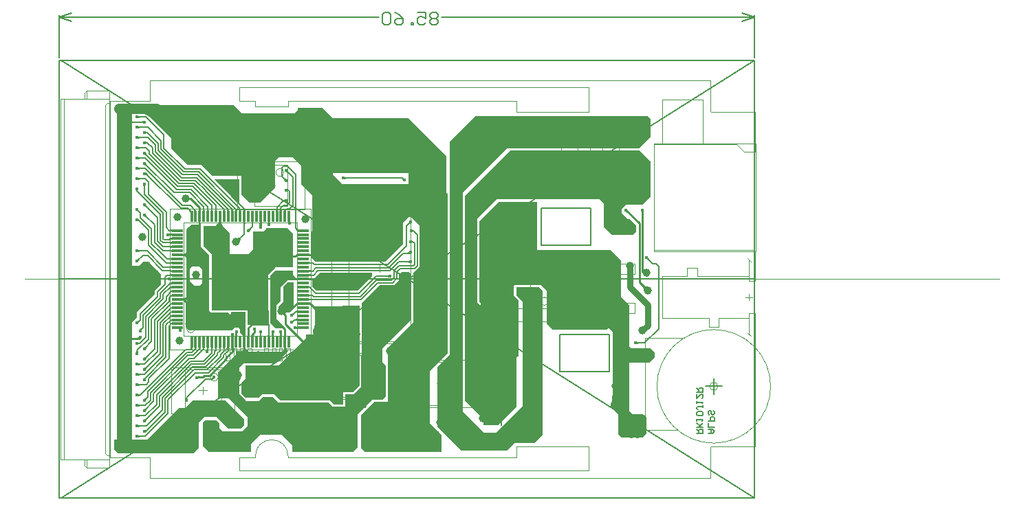
<source format=gbl>
G04*
G04 #@! TF.GenerationSoftware,Altium Limited,Altium Designer,18.0.7 (293)*
G04*
G04 Layer_Physical_Order=2*
G04 Layer_Color=16711680*
%FSLAX25Y25*%
%MOIN*%
G70*
G01*
G75*
%ADD14C,0.00591*%
%ADD15C,0.00591*%
%ADD16C,0.00800*%
%ADD17C,0.01000*%
%ADD18C,0.00394*%
%ADD19C,0.00197*%
%ADD20C,0.00600*%
%ADD70C,0.00799*%
%ADD73C,0.05000*%
%ADD75C,0.03000*%
%ADD77C,0.01772*%
%ADD78C,0.03937*%
%ADD79C,0.05000*%
%ADD80R,0.01181X0.05709*%
%ADD81R,0.05709X0.01181*%
%ADD82R,0.27559X0.27559*%
G36*
X-405195Y84500D02*
X-405195Y81000D01*
X-392695Y68500D01*
X-392694Y63500D01*
X-384695Y55500D01*
X-378195Y55500D01*
X-372695Y50000D01*
X-358695D01*
Y41000D01*
X-354695Y37000D01*
X-349695D01*
X-342195Y44500D01*
Y57500D01*
X-340695Y59000D01*
X-333695D01*
X-329695Y55000D01*
Y46000D01*
X-324195Y40500D01*
X-324195Y23000D01*
X-324695D01*
Y10500D01*
X-322695Y8500D01*
X-288695D01*
X-280195Y17000D01*
X-280195Y27500D01*
X-277695Y30000D01*
X-276195D01*
X-272195Y26000D01*
X-272195Y6000D01*
X-275195Y3000D01*
Y-21000D01*
X-287695Y-33500D01*
X-287695Y-59500D01*
X-294195Y-59500D01*
X-300694Y-66000D01*
X-300695Y-82000D01*
X-298694Y-84000D01*
X-261695Y-84000D01*
X-261695Y-75500D01*
X-267195Y-70000D01*
Y-44500D01*
X-258695Y-36000D01*
Y41500D01*
X-259195Y42000D01*
Y51500D01*
X-259194D01*
X-259195Y59500D01*
X-277695Y78000D01*
X-314195D01*
X-319195Y83000D01*
X-331195D01*
Y82000D01*
X-332695Y80500D01*
X-358195D01*
X-362195Y84500D01*
X-405195Y84500D01*
D02*
G37*
G36*
X-408562Y78120D02*
X-408516Y78162D01*
X-408465Y78199D01*
X-408409Y78232D01*
X-408348Y78261D01*
X-408282Y78285D01*
X-408210Y78305D01*
X-408134Y78320D01*
X-408052Y78331D01*
X-407965Y78338D01*
X-407873Y78340D01*
Y79140D01*
X-407965Y79142D01*
X-408134Y79160D01*
X-408210Y79175D01*
X-408282Y79195D01*
X-408348Y79219D01*
X-408409Y79248D01*
X-408465Y79281D01*
X-408516Y79318D01*
X-408562Y79360D01*
Y78120D01*
D02*
G37*
G36*
X-406373Y76818D02*
X-406424Y76781D01*
X-406480Y76748D01*
X-406541Y76719D01*
X-406608Y76695D01*
X-406679Y76675D01*
X-406756Y76660D01*
X-406838Y76649D01*
X-406924Y76642D01*
X-407017Y76640D01*
Y75841D01*
X-406924Y75838D01*
X-406756Y75821D01*
X-406679Y75805D01*
X-406608Y75785D01*
X-406541Y75761D01*
X-406480Y75732D01*
X-406424Y75700D01*
X-406373Y75662D01*
X-406327Y75620D01*
Y76860D01*
X-406373Y76818D01*
D02*
G37*
G36*
X-408562Y73120D02*
X-408516Y73162D01*
X-408465Y73199D01*
X-408409Y73232D01*
X-408348Y73261D01*
X-408282Y73285D01*
X-408210Y73305D01*
X-408134Y73320D01*
X-408052Y73331D01*
X-407965Y73338D01*
X-407873Y73340D01*
Y74140D01*
X-407965Y74142D01*
X-408134Y74160D01*
X-408210Y74175D01*
X-408282Y74195D01*
X-408348Y74219D01*
X-408409Y74248D01*
X-408465Y74281D01*
X-408516Y74318D01*
X-408562Y74360D01*
Y73120D01*
D02*
G37*
G36*
X-404924Y70804D02*
X-404915Y70811D01*
X-404897Y70817D01*
X-404871Y70822D01*
X-404836Y70827D01*
X-404738Y70834D01*
X-404435Y70840D01*
Y71640D01*
X-404524Y71640D01*
X-404897Y71663D01*
X-404915Y71670D01*
X-404924Y71676D01*
Y70804D01*
D02*
G37*
G36*
X-408562Y68120D02*
X-408516Y68162D01*
X-408465Y68199D01*
X-408409Y68232D01*
X-408348Y68261D01*
X-408282Y68285D01*
X-408210Y68305D01*
X-408134Y68320D01*
X-408052Y68331D01*
X-407965Y68338D01*
X-407873Y68340D01*
Y69140D01*
X-407965Y69142D01*
X-408134Y69160D01*
X-408210Y69175D01*
X-408282Y69195D01*
X-408348Y69219D01*
X-408409Y69248D01*
X-408465Y69281D01*
X-408516Y69318D01*
X-408562Y69360D01*
Y68120D01*
D02*
G37*
G36*
X-405003Y65687D02*
X-404974Y65716D01*
X-404938Y65742D01*
X-404894Y65765D01*
X-404843Y65785D01*
X-404784Y65802D01*
X-404717Y65816D01*
X-404643Y65826D01*
X-404470Y65839D01*
X-404373Y65840D01*
Y66640D01*
X-404470Y66642D01*
X-404643Y66654D01*
X-404717Y66665D01*
X-404784Y66678D01*
X-404843Y66695D01*
X-404894Y66715D01*
X-404938Y66738D01*
X-404974Y66764D01*
X-405003Y66793D01*
Y65687D01*
D02*
G37*
G36*
X-408562Y63120D02*
X-408516Y63162D01*
X-408465Y63199D01*
X-408409Y63232D01*
X-408348Y63261D01*
X-408282Y63285D01*
X-408210Y63305D01*
X-408134Y63320D01*
X-408052Y63331D01*
X-407965Y63338D01*
X-407873Y63340D01*
Y64140D01*
X-407965Y64142D01*
X-408134Y64160D01*
X-408210Y64175D01*
X-408282Y64195D01*
X-408348Y64219D01*
X-408409Y64248D01*
X-408465Y64281D01*
X-408516Y64318D01*
X-408562Y64360D01*
Y63120D01*
D02*
G37*
G36*
X-405686Y60354D02*
X-405624Y60352D01*
X-405561Y60342D01*
X-405498Y60326D01*
X-405435Y60303D01*
X-405371Y60273D01*
X-405306Y60236D01*
X-405241Y60193D01*
X-405176Y60143D01*
X-405109Y60086D01*
X-405043Y60023D01*
X-404477Y60588D01*
X-404541Y60655D01*
X-404647Y60787D01*
X-404691Y60852D01*
X-404727Y60917D01*
X-404757Y60980D01*
X-404780Y61044D01*
X-404797Y61107D01*
X-404806Y61169D01*
X-404809Y61231D01*
X-405686Y60354D01*
D02*
G37*
G36*
X-408562Y58120D02*
X-408516Y58162D01*
X-408465Y58200D01*
X-408409Y58232D01*
X-408348Y58261D01*
X-408282Y58285D01*
X-408210Y58305D01*
X-408133Y58321D01*
X-408051Y58332D01*
X-407965Y58338D01*
X-407872Y58341D01*
Y59140D01*
X-407965Y59142D01*
X-408133Y59160D01*
X-408210Y59175D01*
X-408282Y59195D01*
X-408348Y59219D01*
X-408409Y59248D01*
X-408465Y59281D01*
X-408516Y59318D01*
X-408562Y59360D01*
Y58120D01*
D02*
G37*
G36*
X-405686Y55354D02*
X-405624Y55352D01*
X-405561Y55342D01*
X-405498Y55326D01*
X-405435Y55303D01*
X-405371Y55273D01*
X-405306Y55236D01*
X-405241Y55193D01*
X-405176Y55143D01*
X-405109Y55086D01*
X-405043Y55023D01*
X-404477Y55588D01*
X-404541Y55655D01*
X-404647Y55787D01*
X-404691Y55852D01*
X-404727Y55917D01*
X-404757Y55980D01*
X-404780Y56044D01*
X-404797Y56107D01*
X-404806Y56169D01*
X-404809Y56231D01*
X-405686Y55354D01*
D02*
G37*
G36*
X-408562Y53120D02*
X-408516Y53162D01*
X-408465Y53199D01*
X-408409Y53232D01*
X-408348Y53261D01*
X-408282Y53285D01*
X-408210Y53305D01*
X-408134Y53320D01*
X-408052Y53331D01*
X-407965Y53338D01*
X-407873Y53340D01*
Y54140D01*
X-407965Y54142D01*
X-408134Y54160D01*
X-408210Y54175D01*
X-408282Y54195D01*
X-408348Y54219D01*
X-408409Y54248D01*
X-408465Y54281D01*
X-408516Y54318D01*
X-408562Y54360D01*
Y53120D01*
D02*
G37*
G36*
X-337086Y51914D02*
X-337024Y51911D01*
X-336961Y51902D01*
X-336898Y51886D01*
X-336835Y51863D01*
X-336771Y51833D01*
X-336706Y51796D01*
X-336641Y51753D01*
X-336576Y51703D01*
X-336509Y51646D01*
X-336443Y51582D01*
X-335877Y52148D01*
X-335941Y52215D01*
X-336048Y52347D01*
X-336091Y52412D01*
X-336127Y52476D01*
X-336157Y52540D01*
X-336180Y52604D01*
X-336196Y52667D01*
X-336206Y52729D01*
X-336209Y52791D01*
X-337086Y51914D01*
D02*
G37*
G36*
X-405093Y50590D02*
X-405058Y50616D01*
X-405019Y50631D01*
X-404976Y50637D01*
X-404929Y50633D01*
X-404878Y50618D01*
X-404824Y50593D01*
X-404766Y50558D01*
X-404705Y50512D01*
X-404639Y50457D01*
X-404570Y50391D01*
X-404151Y51103D01*
X-404964Y51742D01*
X-405093Y50590D01*
D02*
G37*
G36*
X-408562Y48120D02*
X-408516Y48162D01*
X-408465Y48199D01*
X-408409Y48232D01*
X-408348Y48261D01*
X-408282Y48285D01*
X-408210Y48305D01*
X-408134Y48320D01*
X-408052Y48331D01*
X-407965Y48338D01*
X-407873Y48340D01*
Y49140D01*
X-407965Y49142D01*
X-408134Y49160D01*
X-408210Y49175D01*
X-408282Y49195D01*
X-408348Y49219D01*
X-408409Y49248D01*
X-408465Y49281D01*
X-408516Y49318D01*
X-408562Y49360D01*
Y48120D01*
D02*
G37*
G36*
X-338312Y48552D02*
X-338248Y48485D01*
X-338142Y48353D01*
X-338098Y48288D01*
X-338062Y48224D01*
X-338032Y48160D01*
X-338009Y48096D01*
X-337993Y48033D01*
X-337983Y47971D01*
X-337980Y47909D01*
X-337103Y48786D01*
X-337165Y48788D01*
X-337228Y48798D01*
X-337291Y48814D01*
X-337354Y48837D01*
X-337418Y48867D01*
X-337483Y48904D01*
X-337548Y48947D01*
X-337614Y48997D01*
X-337680Y49054D01*
X-337746Y49117D01*
X-338312Y48552D01*
D02*
G37*
G36*
X-406273Y45562D02*
X-406235Y45511D01*
X-406202Y45455D01*
X-406174Y45394D01*
X-406150Y45327D01*
X-406130Y45256D01*
X-406114Y45179D01*
X-406103Y45097D01*
X-406097Y45010D01*
X-406095Y44918D01*
X-405295D01*
X-405292Y45010D01*
X-405275Y45179D01*
X-405259Y45256D01*
X-405239Y45327D01*
X-405215Y45394D01*
X-405187Y45455D01*
X-405154Y45511D01*
X-405116Y45562D01*
X-405075Y45608D01*
X-406315D01*
X-406273Y45562D01*
D02*
G37*
G36*
X-336443Y42500D02*
X-336403Y42538D01*
X-336357Y42572D01*
X-336305Y42602D01*
X-336247Y42628D01*
X-336183Y42650D01*
X-336113Y42668D01*
X-336037Y42682D01*
X-335955Y42692D01*
X-335867Y42698D01*
X-335773Y42700D01*
Y43500D01*
X-335867Y43502D01*
X-336037Y43518D01*
X-336113Y43532D01*
X-336183Y43550D01*
X-336247Y43572D01*
X-336305Y43598D01*
X-336357Y43628D01*
X-336403Y43662D01*
X-336443Y43700D01*
Y42500D01*
D02*
G37*
G36*
X-383826Y38380D02*
X-383813Y38403D01*
X-383788Y38423D01*
X-383753Y38441D01*
X-383706Y38457D01*
X-383648Y38470D01*
X-383580Y38481D01*
X-383409Y38495D01*
X-383195Y38500D01*
Y39500D01*
X-383307Y39501D01*
X-383580Y39519D01*
X-383648Y39530D01*
X-383706Y39543D01*
X-383753Y39559D01*
X-383788Y39577D01*
X-383813Y39597D01*
X-383826Y39620D01*
Y38380D01*
D02*
G37*
G36*
X-359695Y36500D02*
Y48500D01*
X-371695D01*
X-359695Y36500D01*
D02*
G37*
G36*
X-405686Y35354D02*
X-405624Y35352D01*
X-405561Y35342D01*
X-405498Y35326D01*
X-405435Y35303D01*
X-405371Y35273D01*
X-405306Y35236D01*
X-405241Y35193D01*
X-405176Y35143D01*
X-405109Y35086D01*
X-405043Y35023D01*
X-404477Y35588D01*
X-404541Y35655D01*
X-404647Y35787D01*
X-404691Y35852D01*
X-404727Y35917D01*
X-404757Y35980D01*
X-404780Y36044D01*
X-404797Y36107D01*
X-404806Y36169D01*
X-404809Y36231D01*
X-405686Y35354D01*
D02*
G37*
G36*
X-379380Y34066D02*
X-379430Y33296D01*
X-379443Y33266D01*
X-379458Y33256D01*
X-378301D01*
X-378316Y33266D01*
X-378329Y33296D01*
X-378341Y33346D01*
X-378351Y33416D01*
X-378367Y33616D01*
X-378380Y34256D01*
X-379380D01*
X-379380Y34066D01*
D02*
G37*
G36*
X-377313Y33904D02*
X-377340Y33544D01*
X-377356Y33456D01*
X-377375Y33384D01*
X-377399Y33328D01*
X-377425Y33288D01*
X-377456Y33264D01*
X-377490Y33256D01*
X-376332D01*
X-376366Y33264D01*
X-376397Y33288D01*
X-376424Y33328D01*
X-376447Y33384D01*
X-376466Y33456D01*
X-376483Y33544D01*
X-376495Y33648D01*
X-376509Y33904D01*
X-376511Y34056D01*
X-377311D01*
X-377313Y33904D01*
D02*
G37*
G36*
X-375344Y33903D02*
X-375371Y33543D01*
X-375387Y33456D01*
X-375407Y33384D01*
X-375430Y33328D01*
X-375457Y33288D01*
X-375487Y33264D01*
X-375521Y33256D01*
X-374364D01*
X-374398Y33264D01*
X-374429Y33288D01*
X-374455Y33328D01*
X-374479Y33384D01*
X-374498Y33456D01*
X-374514Y33543D01*
X-374527Y33647D01*
X-374541Y33903D01*
X-374543Y34055D01*
X-375342D01*
X-375344Y33903D01*
D02*
G37*
G36*
X-373376Y33904D02*
X-373403Y33544D01*
X-373419Y33456D01*
X-373438Y33384D01*
X-373462Y33328D01*
X-373488Y33288D01*
X-373519Y33264D01*
X-373553Y33256D01*
X-372395D01*
X-372429Y33264D01*
X-372460Y33288D01*
X-372487Y33328D01*
X-372510Y33384D01*
X-372529Y33456D01*
X-372546Y33544D01*
X-372558Y33648D01*
X-372572Y33904D01*
X-372574Y34056D01*
X-373374D01*
X-373376Y33904D01*
D02*
G37*
G36*
X-371407D02*
X-371434Y33544D01*
X-371450Y33456D01*
X-371470Y33384D01*
X-371493Y33328D01*
X-371520Y33288D01*
X-371550Y33264D01*
X-371584Y33256D01*
X-370427D01*
X-370461Y33264D01*
X-370491Y33288D01*
X-370518Y33328D01*
X-370541Y33384D01*
X-370561Y33456D01*
X-370577Y33544D01*
X-370589Y33648D01*
X-370604Y33904D01*
X-370606Y34056D01*
X-371406D01*
X-371407Y33904D01*
D02*
G37*
G36*
X-367470Y33757D02*
X-367485Y33559D01*
X-367497Y33478D01*
X-367513Y33410D01*
X-367533Y33355D01*
X-367556Y33311D01*
X-367583Y33280D01*
X-367613Y33262D01*
X-367647Y33256D01*
X-366490D01*
X-366524Y33262D01*
X-366554Y33280D01*
X-366581Y33311D01*
X-366604Y33355D01*
X-366624Y33410D01*
X-366640Y33478D01*
X-366652Y33559D01*
X-366661Y33651D01*
X-366669Y33874D01*
X-367469D01*
X-367470Y33757D01*
D02*
G37*
G36*
X-365502Y33782D02*
X-365516Y33574D01*
X-365529Y33490D01*
X-365545Y33418D01*
X-365564Y33360D01*
X-365588Y33314D01*
X-365614Y33282D01*
X-365645Y33262D01*
X-365679Y33256D01*
X-364522D01*
X-364556Y33262D01*
X-364586Y33282D01*
X-364613Y33314D01*
X-364636Y33360D01*
X-364655Y33418D01*
X-364671Y33490D01*
X-364684Y33574D01*
X-364693Y33672D01*
X-364700Y33906D01*
X-365500D01*
X-365502Y33782D01*
D02*
G37*
G36*
X-363533Y33808D02*
X-363560Y33501D01*
X-363576Y33426D01*
X-363596Y33365D01*
X-363619Y33317D01*
X-363646Y33283D01*
X-363676Y33263D01*
X-363710Y33256D01*
X-362553D01*
X-362587Y33263D01*
X-362617Y33283D01*
X-362644Y33317D01*
X-362667Y33365D01*
X-362687Y33426D01*
X-362703Y33501D01*
X-362716Y33590D01*
X-362724Y33692D01*
X-362732Y33937D01*
X-363532D01*
X-363533Y33808D01*
D02*
G37*
G36*
X-361565Y33833D02*
X-361592Y33512D01*
X-361608Y33434D01*
X-361627Y33370D01*
X-361651Y33320D01*
X-361677Y33284D01*
X-361708Y33263D01*
X-361742Y33256D01*
X-360584D01*
X-360618Y33263D01*
X-360649Y33284D01*
X-360676Y33320D01*
X-360699Y33370D01*
X-360718Y33434D01*
X-360735Y33512D01*
X-360747Y33605D01*
X-360761Y33833D01*
X-360763Y33968D01*
X-361563D01*
X-361565Y33833D01*
D02*
G37*
G36*
X-357628Y33884D02*
X-357655Y33535D01*
X-357671Y33450D01*
X-357690Y33380D01*
X-357714Y33325D01*
X-357740Y33287D01*
X-357771Y33263D01*
X-357805Y33256D01*
X-356647D01*
X-356681Y33263D01*
X-356712Y33287D01*
X-356739Y33325D01*
X-356762Y33380D01*
X-356781Y33450D01*
X-356798Y33535D01*
X-356810Y33636D01*
X-356824Y33884D01*
X-356826Y34032D01*
X-357626D01*
X-357628Y33884D01*
D02*
G37*
G36*
X-341880Y33904D02*
X-341907Y33544D01*
X-341923Y33456D01*
X-341942Y33384D01*
X-341966Y33328D01*
X-341992Y33288D01*
X-342023Y33264D01*
X-342057Y33256D01*
X-340899D01*
X-340933Y33264D01*
X-340964Y33288D01*
X-340990Y33328D01*
X-341014Y33384D01*
X-341033Y33456D01*
X-341050Y33544D01*
X-341062Y33648D01*
X-341076Y33904D01*
X-341078Y34056D01*
X-341878D01*
X-341880Y33904D01*
D02*
G37*
G36*
X-339911D02*
X-339938Y33544D01*
X-339954Y33456D01*
X-339974Y33384D01*
X-339997Y33328D01*
X-340024Y33288D01*
X-340054Y33264D01*
X-340088Y33256D01*
X-338931D01*
X-338965Y33264D01*
X-338995Y33288D01*
X-339022Y33328D01*
X-339045Y33384D01*
X-339065Y33456D01*
X-339081Y33544D01*
X-339093Y33648D01*
X-339108Y33904D01*
X-339109Y34056D01*
X-339910D01*
X-339911Y33904D01*
D02*
G37*
G36*
X-383961Y33121D02*
X-383807Y32962D01*
X-383564Y32674D01*
X-383474Y32546D01*
X-383406Y32427D01*
X-383359Y32319D01*
X-383333Y32221D01*
X-383328Y32134D01*
X-383345Y32056D01*
X-383383Y31989D01*
X-382399Y33244D01*
X-382454Y33194D01*
X-382522Y33167D01*
X-382603Y33165D01*
X-382697Y33187D01*
X-382803Y33233D01*
X-382923Y33303D01*
X-383055Y33397D01*
X-383201Y33514D01*
X-383530Y33821D01*
X-383961Y33121D01*
D02*
G37*
G36*
X-409186Y32854D02*
X-409124Y32852D01*
X-409061Y32842D01*
X-408998Y32826D01*
X-408935Y32803D01*
X-408871Y32773D01*
X-408806Y32736D01*
X-408741Y32693D01*
X-408676Y32643D01*
X-408609Y32586D01*
X-408543Y32523D01*
X-407977Y33088D01*
X-408041Y33155D01*
X-408147Y33287D01*
X-408191Y33352D01*
X-408227Y33417D01*
X-408257Y33481D01*
X-408280Y33544D01*
X-408296Y33607D01*
X-408306Y33669D01*
X-408309Y33731D01*
X-409186Y32854D01*
D02*
G37*
G36*
X-172186Y32614D02*
X-172150Y32611D01*
X-172111Y32600D01*
X-172067Y32583D01*
X-172020Y32557D01*
X-171969Y32525D01*
X-171914Y32485D01*
X-171792Y32384D01*
X-171655Y32254D01*
X-170948Y32961D01*
X-171017Y33031D01*
X-171180Y33220D01*
X-171220Y33274D01*
X-171252Y33326D01*
X-171277Y33373D01*
X-171295Y33416D01*
X-171306Y33456D01*
X-171309Y33491D01*
X-172186Y32614D01*
D02*
G37*
G36*
X-164792Y32840D02*
X-164771Y32805D01*
X-164753Y32761D01*
X-164738Y32710D01*
X-164725Y32651D01*
X-164714Y32584D01*
X-164699Y32427D01*
X-164695Y32237D01*
X-163695D01*
X-163693Y32336D01*
X-163675Y32584D01*
X-163664Y32651D01*
X-163651Y32710D01*
X-163636Y32761D01*
X-163618Y32805D01*
X-163597Y32840D01*
X-163575Y32867D01*
X-164815D01*
X-164792Y32840D01*
D02*
G37*
G36*
X-405686Y30354D02*
X-405624Y30352D01*
X-405561Y30342D01*
X-405498Y30326D01*
X-405435Y30303D01*
X-405371Y30273D01*
X-405306Y30236D01*
X-405241Y30193D01*
X-405176Y30143D01*
X-405109Y30086D01*
X-405043Y30023D01*
X-404477Y30588D01*
X-404541Y30655D01*
X-404647Y30787D01*
X-404691Y30852D01*
X-404727Y30917D01*
X-404757Y30981D01*
X-404780Y31044D01*
X-404797Y31107D01*
X-404806Y31169D01*
X-404809Y31231D01*
X-405686Y30354D01*
D02*
G37*
G36*
X-408701Y28004D02*
X-408656Y28029D01*
X-408609Y28043D01*
X-408559Y28047D01*
X-408506Y28042D01*
X-408451Y28027D01*
X-408393Y28001D01*
X-408332Y27966D01*
X-408269Y27921D01*
X-408203Y27866D01*
X-408135Y27802D01*
X-407669Y28467D01*
X-408419Y29168D01*
X-408701Y28004D01*
D02*
G37*
G36*
X-345815Y27664D02*
X-345816Y27571D01*
Y27571D01*
X-345994D01*
X-345960Y27563D01*
X-345929Y27539D01*
X-345902Y27499D01*
X-345879Y27443D01*
X-345859Y27371D01*
X-345843Y27283D01*
Y27283D01*
X-345849Y27249D01*
X-345882Y27118D01*
X-345903Y27060D01*
X-345926Y27007D01*
X-345953Y26958D01*
X-345820Y26992D01*
X-345816Y26924D01*
X-345815Y26772D01*
X-345015D01*
X-345014Y26924D01*
X-344993Y27205D01*
X-344752Y27267D01*
X-344802Y27301D01*
X-344847Y27341D01*
X-344886Y27388D01*
X-344920Y27441D01*
X-344937Y27476D01*
X-344928Y27499D01*
X-344901Y27539D01*
X-344870Y27563D01*
X-344836Y27571D01*
X-344974D01*
X-344992Y27641D01*
X-345005Y27720D01*
X-345013Y27806D01*
X-345015Y27899D01*
X-345815Y27664D01*
D02*
G37*
G36*
X-379424Y27564D02*
X-379394Y27544D01*
X-379367Y27509D01*
X-379344Y27461D01*
X-379324Y27400D01*
X-379308Y27324D01*
X-379296Y27235D01*
X-379287Y27132D01*
X-379280Y26885D01*
X-378480D01*
X-378478Y27015D01*
X-378451Y27324D01*
X-378435Y27400D01*
X-378415Y27461D01*
X-378392Y27509D01*
X-378365Y27544D01*
X-378335Y27564D01*
X-378301Y27571D01*
X-379458D01*
X-379424Y27564D01*
D02*
G37*
G36*
X-357771Y27563D02*
X-357740Y27539D01*
X-357714Y27499D01*
X-357690Y27443D01*
X-357671Y27371D01*
X-357655Y27283D01*
X-357642Y27179D01*
X-357628Y26923D01*
X-357626Y26771D01*
X-356826D01*
X-356824Y26923D01*
X-356798Y27283D01*
X-356781Y27371D01*
X-356762Y27443D01*
X-356739Y27499D01*
X-356712Y27539D01*
X-356681Y27563D01*
X-356647Y27571D01*
X-357805D01*
X-357771Y27563D01*
D02*
G37*
G36*
X-353834D02*
X-353803Y27539D01*
X-353777Y27499D01*
X-353753Y27443D01*
X-353734Y27371D01*
X-353718Y27283D01*
X-353705Y27179D01*
X-353691Y26923D01*
X-353689Y26771D01*
X-352889D01*
X-352887Y26923D01*
X-352860Y27283D01*
X-352844Y27371D01*
X-352825Y27443D01*
X-352802Y27499D01*
X-352775Y27539D01*
X-352744Y27563D01*
X-352711Y27571D01*
X-353868D01*
X-353834Y27563D01*
D02*
G37*
G36*
X-277383Y27829D02*
X-277393Y27767D01*
X-277409Y27704D01*
X-277432Y27640D01*
X-277462Y27576D01*
X-277498Y27512D01*
X-277542Y27447D01*
X-277592Y27381D01*
X-277648Y27315D01*
X-277712Y27248D01*
X-277146Y26682D01*
X-277080Y26746D01*
X-276948Y26853D01*
X-276883Y26896D01*
X-276818Y26933D01*
X-276754Y26963D01*
X-276691Y26986D01*
X-276628Y27002D01*
X-276565Y27011D01*
X-276503Y27014D01*
X-277380Y27891D01*
X-277383Y27829D01*
D02*
G37*
G36*
X-349916Y27561D02*
X-349902Y27531D01*
X-349890Y27481D01*
X-349880Y27411D01*
X-349865Y27211D01*
X-349852Y26571D01*
X-348852D01*
X-348851Y26761D01*
X-348802Y27531D01*
X-348788Y27561D01*
X-348774Y27571D01*
X-349931D01*
X-349916Y27561D01*
D02*
G37*
G36*
X-349853Y26292D02*
X-349873Y26044D01*
X-349885Y25977D01*
X-349899Y25918D01*
X-349917Y25867D01*
X-349936Y25824D01*
X-349959Y25789D01*
X-349984Y25762D01*
X-348745Y25702D01*
X-348765Y25729D01*
X-348783Y25764D01*
X-348799Y25807D01*
X-348814Y25858D01*
X-348825Y25917D01*
X-348835Y25984D01*
X-348848Y26142D01*
X-348852Y26332D01*
X-349852Y26390D01*
X-349853Y26292D01*
D02*
G37*
G36*
X-332189Y23929D02*
X-332082Y23818D01*
X-331827Y23516D01*
X-331765Y23425D01*
X-331714Y23339D01*
X-331674Y23257D01*
X-331646Y23181D01*
X-331629Y23110D01*
X-331624Y23043D01*
X-330764Y24201D01*
X-330819Y24148D01*
X-330886Y24119D01*
X-330967Y24115D01*
X-331061Y24135D01*
X-331167Y24180D01*
X-331287Y24248D01*
X-331419Y24341D01*
X-331565Y24459D01*
X-331895Y24766D01*
X-332189Y23929D01*
D02*
G37*
G36*
X-354609Y24654D02*
X-354741Y24547D01*
X-354806Y24504D01*
X-354871Y24467D01*
X-354935Y24437D01*
X-354998Y24414D01*
X-355061Y24398D01*
X-355124Y24388D01*
X-355186Y24386D01*
X-354309Y23509D01*
X-354306Y23571D01*
X-354296Y23633D01*
X-354280Y23696D01*
X-354257Y23760D01*
X-354227Y23824D01*
X-354191Y23888D01*
X-354148Y23953D01*
X-354097Y24019D01*
X-354041Y24085D01*
X-353977Y24152D01*
X-354543Y24717D01*
X-354609Y24654D01*
D02*
G37*
G36*
X-392458Y24167D02*
X-392482Y24136D01*
X-392522Y24110D01*
X-392578Y24086D01*
X-392650Y24067D01*
X-392738Y24051D01*
X-392842Y24038D01*
X-393098Y24024D01*
X-393250Y24022D01*
Y23222D01*
X-393098Y23220D01*
X-392738Y23193D01*
X-392650Y23177D01*
X-392578Y23158D01*
X-392522Y23134D01*
X-392482Y23108D01*
X-392458Y23077D01*
X-392450Y23043D01*
Y24201D01*
X-392458Y24167D01*
D02*
G37*
G36*
X-393662Y21034D02*
X-393616Y21075D01*
X-393565Y21113D01*
X-393509Y21146D01*
X-393448Y21175D01*
X-393382Y21199D01*
X-393310Y21219D01*
X-393233Y21234D01*
X-393151Y21245D01*
X-393078Y21251D01*
X-392738Y21225D01*
X-392650Y21209D01*
X-392578Y21190D01*
X-392522Y21166D01*
X-392482Y21139D01*
X-392458Y21109D01*
X-392450Y21075D01*
Y22232D01*
X-392458Y22198D01*
X-392482Y22168D01*
X-392522Y22141D01*
X-392578Y22118D01*
X-392650Y22098D01*
X-392738Y22082D01*
X-392842Y22069D01*
X-393074Y22056D01*
X-393233Y22073D01*
X-393310Y22088D01*
X-393382Y22108D01*
X-393448Y22132D01*
X-393509Y22161D01*
X-393565Y22194D01*
X-393616Y22232D01*
X-393662Y22274D01*
Y21034D01*
D02*
G37*
G36*
X-392457Y20230D02*
X-392476Y20199D01*
X-392508Y20173D01*
X-392554Y20149D01*
X-392612Y20130D01*
X-392683Y20114D01*
X-392767Y20101D01*
X-392863Y20092D01*
X-393096Y20085D01*
Y19285D01*
X-392973Y19283D01*
X-392767Y19269D01*
X-392683Y19256D01*
X-392612Y19240D01*
X-392554Y19221D01*
X-392508Y19198D01*
X-392476Y19171D01*
X-392457Y19140D01*
X-392450Y19106D01*
Y20264D01*
X-392457Y20230D01*
D02*
G37*
G36*
X-359393Y20381D02*
X-359524Y20292D01*
X-359671Y20214D01*
X-359835Y20146D01*
X-360016Y20090D01*
X-360214Y20044D01*
X-360429Y20009D01*
X-360661Y19985D01*
X-361175Y19968D01*
X-359226Y18020D01*
X-359224Y18285D01*
X-359186Y18765D01*
X-359151Y18980D01*
X-359105Y19178D01*
X-359048Y19359D01*
X-358981Y19524D01*
X-358903Y19671D01*
X-358814Y19802D01*
X-358714Y19915D01*
X-359279Y20481D01*
X-359393Y20381D01*
D02*
G37*
G36*
X-392458Y18261D02*
X-392482Y18231D01*
X-392522Y18204D01*
X-392578Y18181D01*
X-392650Y18161D01*
X-392738Y18145D01*
X-392842Y18133D01*
X-393098Y18118D01*
X-393250Y18116D01*
Y17316D01*
X-393098Y17315D01*
X-392738Y17288D01*
X-392650Y17272D01*
X-392578Y17252D01*
X-392522Y17229D01*
X-392482Y17202D01*
X-392458Y17172D01*
X-392450Y17138D01*
Y18295D01*
X-392458Y18261D01*
D02*
G37*
G36*
Y16293D02*
X-392482Y16262D01*
X-392522Y16236D01*
X-392578Y16212D01*
X-392650Y16193D01*
X-392738Y16177D01*
X-392842Y16164D01*
X-393098Y16150D01*
X-393250Y16148D01*
Y15348D01*
X-393098Y15346D01*
X-392738Y15319D01*
X-392650Y15303D01*
X-392578Y15284D01*
X-392522Y15260D01*
X-392482Y15234D01*
X-392458Y15203D01*
X-392450Y15169D01*
Y16327D01*
X-392458Y16293D01*
D02*
G37*
G36*
X-384995Y24000D02*
Y12822D01*
X-385155Y12662D01*
X-385506Y12877D01*
X-385623Y12769D01*
X-385749Y12673D01*
X-385884Y12588D01*
X-386028Y12515D01*
X-386180Y12452D01*
X-386341Y12402D01*
X-386510Y12362D01*
X-386621Y12344D01*
X-386697Y12349D01*
X-386735Y12361D01*
X-386758Y12375D01*
X-386766Y12390D01*
Y12327D01*
X-386876Y12317D01*
X-387071Y12311D01*
X-387213Y11311D01*
X-387016Y11304D01*
X-386824Y11283D01*
X-386766Y11271D01*
Y11232D01*
X-386758Y11247D01*
X-386735Y11261D01*
X-386725Y11264D01*
X-386639Y11247D01*
X-386459Y11198D01*
X-386286Y11134D01*
X-386118Y11056D01*
X-385956Y10965D01*
X-385800Y10859D01*
X-385650Y10738D01*
X-385506Y10604D01*
X-385123Y10929D01*
X-385095Y10900D01*
Y-10206D01*
X-385654Y-10765D01*
X-385654Y-23341D01*
X-383995Y-25000D01*
X-363340D01*
X-361040Y-22700D01*
X-359095Y-24645D01*
Y-25500D01*
X-356711Y-27884D01*
X-356678Y-16000D01*
X-363695Y-16000D01*
Y-17500D01*
X-364995Y-16200D01*
X-373395D01*
X-374195Y-15400D01*
X-374195Y-10200D01*
X-374195Y-10200D01*
X-374195Y11800D01*
X-378295Y15900D01*
Y14200D01*
X-378295Y14200D01*
X-378295Y26300D01*
X-382695D01*
X-384995Y24000D01*
D02*
G37*
G36*
X-392458Y14324D02*
X-392482Y14294D01*
X-392522Y14267D01*
X-392578Y14244D01*
X-392650Y14224D01*
X-392738Y14208D01*
X-392842Y14196D01*
X-393098Y14181D01*
X-393250Y14179D01*
Y13379D01*
X-393098Y13378D01*
X-392738Y13351D01*
X-392650Y13335D01*
X-392578Y13315D01*
X-392522Y13292D01*
X-392482Y13265D01*
X-392458Y13235D01*
X-392450Y13201D01*
Y14358D01*
X-392458Y14324D01*
D02*
G37*
G36*
X-408562Y13120D02*
X-408516Y13162D01*
X-408465Y13199D01*
X-408409Y13232D01*
X-408348Y13261D01*
X-408282Y13285D01*
X-408210Y13305D01*
X-408134Y13320D01*
X-408052Y13331D01*
X-407965Y13338D01*
X-407873Y13340D01*
Y14140D01*
X-407965Y14142D01*
X-408134Y14160D01*
X-408210Y14175D01*
X-408282Y14195D01*
X-408348Y14219D01*
X-408409Y14248D01*
X-408465Y14281D01*
X-408516Y14318D01*
X-408562Y14360D01*
Y13120D01*
D02*
G37*
G36*
X-277486Y13184D02*
X-277503Y13146D01*
X-277529Y13112D01*
X-277565Y13082D01*
X-277611Y13057D01*
X-277667Y13036D01*
X-277732Y13021D01*
X-277808Y13009D01*
X-277894Y13002D01*
X-277989Y13000D01*
X-277778Y12200D01*
X-276752Y12328D01*
X-277480Y13228D01*
X-277486Y13184D01*
D02*
G37*
G36*
X-325939Y11232D02*
X-325929Y11247D01*
X-325899Y11261D01*
X-325849Y11272D01*
X-325779Y11283D01*
X-325579Y11298D01*
X-324939Y11311D01*
Y12311D01*
X-325129Y12312D01*
X-325899Y12361D01*
X-325929Y12375D01*
X-325939Y12390D01*
Y11232D01*
D02*
G37*
G36*
X-162186Y9614D02*
X-162124Y9612D01*
X-162061Y9602D01*
X-161998Y9586D01*
X-161935Y9563D01*
X-161871Y9533D01*
X-161806Y9496D01*
X-161741Y9453D01*
X-161675Y9403D01*
X-161609Y9346D01*
X-161542Y9283D01*
X-160977Y9848D01*
X-161041Y9914D01*
X-161148Y10046D01*
X-161191Y10111D01*
X-161227Y10176D01*
X-161257Y10240D01*
X-161280Y10304D01*
X-161296Y10367D01*
X-161306Y10429D01*
X-161309Y10491D01*
X-162186Y9614D01*
D02*
G37*
G36*
X-392458Y10387D02*
X-392482Y10357D01*
X-392522Y10330D01*
X-392578Y10307D01*
X-392650Y10287D01*
X-392738Y10271D01*
X-392842Y10259D01*
X-393098Y10244D01*
X-393250Y10243D01*
Y9443D01*
X-393098Y9441D01*
X-392738Y9414D01*
X-392650Y9398D01*
X-392578Y9378D01*
X-392522Y9355D01*
X-392482Y9328D01*
X-392458Y9298D01*
X-392450Y9264D01*
Y10421D01*
X-392458Y10387D01*
D02*
G37*
G36*
X-408609Y9894D02*
X-408741Y9787D01*
X-408806Y9744D01*
X-408871Y9707D01*
X-408935Y9678D01*
X-408998Y9655D01*
X-409061Y9638D01*
X-409124Y9629D01*
X-409186Y9626D01*
X-408309Y8749D01*
X-408306Y8811D01*
X-408296Y8873D01*
X-408280Y8936D01*
X-408257Y9000D01*
X-408227Y9064D01*
X-408191Y9128D01*
X-408147Y9194D01*
X-408097Y9259D01*
X-408041Y9325D01*
X-407977Y9392D01*
X-408543Y9958D01*
X-408609Y9894D01*
D02*
G37*
G36*
X-277373Y9078D02*
X-277424Y9041D01*
X-277480Y9008D01*
X-277541Y8979D01*
X-277607Y8955D01*
X-277679Y8935D01*
X-277755Y8920D01*
X-277837Y8909D01*
X-277924Y8902D01*
X-278016Y8900D01*
Y8100D01*
X-277924Y8098D01*
X-277755Y8080D01*
X-277679Y8065D01*
X-277607Y8045D01*
X-277541Y8021D01*
X-277480Y7992D01*
X-277424Y7959D01*
X-277373Y7922D01*
X-277327Y7880D01*
Y9120D01*
X-277373Y9078D01*
D02*
G37*
G36*
X-392458Y8419D02*
X-392482Y8388D01*
X-392522Y8361D01*
X-392578Y8338D01*
X-392650Y8319D01*
X-392738Y8303D01*
X-392842Y8290D01*
X-393098Y8276D01*
X-393250Y8274D01*
Y7474D01*
X-393098Y7472D01*
X-392738Y7445D01*
X-392650Y7429D01*
X-392578Y7410D01*
X-392522Y7386D01*
X-392482Y7360D01*
X-392458Y7329D01*
X-392450Y7295D01*
Y8453D01*
X-392458Y8419D01*
D02*
G37*
G36*
X-325939Y7295D02*
X-325931Y7329D01*
X-325907Y7360D01*
X-325867Y7386D01*
X-325811Y7410D01*
X-325739Y7429D01*
X-325651Y7445D01*
X-325547Y7458D01*
X-325291Y7472D01*
X-325139Y7474D01*
Y8274D01*
X-325291Y8276D01*
X-325651Y8303D01*
X-325739Y8319D01*
X-325811Y8338D01*
X-325867Y8361D01*
X-325907Y8388D01*
X-325931Y8419D01*
X-325939Y8453D01*
Y7295D01*
D02*
G37*
G36*
X-417195Y82000D02*
Y-78000D01*
X-420195D01*
Y-82500D01*
X-418195Y-84500D01*
X-381695D01*
X-379195Y-82000D01*
X-379194Y-69500D01*
X-376695Y-67000D01*
X-370695D01*
X-365195Y-72500D01*
X-358695D01*
X-357195Y-71000D01*
X-357194Y-68000D01*
X-366195Y-59000D01*
X-382195D01*
X-385695Y-62500D01*
X-388695D01*
X-404195Y-78000D01*
X-411695D01*
Y-21000D01*
X-409195Y-18500D01*
Y-16000D01*
X-400695Y-7500D01*
Y-5500D01*
X-397695Y-2500D01*
Y2500D01*
X-403695Y8500D01*
X-406195D01*
X-408195Y6500D01*
X-411695D01*
Y80500D01*
X-414195Y83000D01*
X-416195D01*
X-417195Y82000D01*
D02*
G37*
G36*
X-369546Y27952D02*
X-369574Y27786D01*
X-369620Y27621D01*
X-369684Y27458D01*
X-369767Y27297D01*
X-369868Y27137D01*
X-369987Y26978D01*
X-370125Y26821D01*
X-370281Y26666D01*
X-370456Y26511D01*
X-369833Y26461D01*
X-370394Y25900D01*
X-376895Y25900D01*
X-376894Y16200D01*
X-372195Y11500D01*
X-372195Y6500D01*
X-364295Y10800D01*
Y22600D01*
X-368010Y26315D01*
X-367709Y26291D01*
X-367866Y26480D01*
X-368131Y26849D01*
X-368239Y27028D01*
X-368330Y27204D01*
X-368405Y27377D01*
X-368462Y27547D01*
X-368467Y27565D01*
X-368459Y27571D01*
X-368468D01*
X-368504Y27713D01*
X-368529Y27877D01*
X-368537Y28037D01*
X-369537Y28120D01*
X-369546Y27952D01*
D02*
G37*
G36*
X-392458Y6450D02*
X-392482Y6420D01*
X-392522Y6393D01*
X-392578Y6370D01*
X-392650Y6350D01*
X-392738Y6334D01*
X-392842Y6322D01*
X-393098Y6307D01*
X-393250Y6306D01*
Y5505D01*
X-393098Y5504D01*
X-392738Y5477D01*
X-392650Y5461D01*
X-392578Y5441D01*
X-392522Y5418D01*
X-392482Y5391D01*
X-392458Y5361D01*
X-392450Y5327D01*
Y6484D01*
X-392458Y6450D01*
D02*
G37*
G36*
X-325939Y3358D02*
X-325931Y3392D01*
X-325907Y3423D01*
X-325867Y3449D01*
X-325811Y3473D01*
X-325739Y3492D01*
X-325651Y3508D01*
X-325547Y3521D01*
X-325291Y3535D01*
X-325139Y3537D01*
Y4337D01*
X-325291Y4339D01*
X-325651Y4366D01*
X-325739Y4382D01*
X-325811Y4401D01*
X-325867Y4425D01*
X-325907Y4451D01*
X-325931Y4482D01*
X-325939Y4516D01*
Y3358D01*
D02*
G37*
G36*
X-392458Y2513D02*
X-392482Y2483D01*
X-392522Y2456D01*
X-392578Y2433D01*
X-392650Y2413D01*
X-392738Y2397D01*
X-392842Y2385D01*
X-393098Y2370D01*
X-393250Y2369D01*
Y1568D01*
X-393098Y1567D01*
X-392738Y1540D01*
X-392650Y1524D01*
X-392578Y1504D01*
X-392522Y1481D01*
X-392482Y1454D01*
X-392458Y1424D01*
X-392450Y1390D01*
Y2547D01*
X-392458Y2513D01*
D02*
G37*
G36*
X-325939Y1390D02*
X-325931Y1424D01*
X-325907Y1454D01*
X-325867Y1481D01*
X-325811Y1504D01*
X-325739Y1524D01*
X-325651Y1540D01*
X-325547Y1552D01*
X-325291Y1567D01*
X-325139Y1568D01*
Y2369D01*
X-325291Y2370D01*
X-325651Y2397D01*
X-325739Y2413D01*
X-325811Y2433D01*
X-325867Y2456D01*
X-325907Y2483D01*
X-325931Y2513D01*
X-325939Y2547D01*
Y1390D01*
D02*
G37*
G36*
X-346695Y24400D02*
X-347895Y23200D01*
X-352995D01*
Y14600D01*
X-354995Y12600D01*
Y10800D01*
X-346495Y1300D01*
X-342295Y5500D01*
Y5800D01*
X-333895D01*
X-333795Y5700D01*
Y22000D01*
X-336595Y24800D01*
X-346695D01*
Y24400D01*
D02*
G37*
G36*
X-287373Y2078D02*
X-287424Y2041D01*
X-287480Y2008D01*
X-287541Y1979D01*
X-287607Y1955D01*
X-287679Y1935D01*
X-287755Y1920D01*
X-287837Y1909D01*
X-287924Y1902D01*
X-288016Y1900D01*
Y1100D01*
X-287924Y1098D01*
X-287755Y1080D01*
X-287679Y1065D01*
X-287607Y1045D01*
X-287541Y1021D01*
X-287480Y992D01*
X-287424Y959D01*
X-287373Y922D01*
X-287327Y880D01*
Y2120D01*
X-287373Y2078D01*
D02*
G37*
G36*
X-393062Y508D02*
X-393450Y500D01*
Y-500D01*
X-393260Y-501D01*
X-393062Y-514D01*
Y-620D01*
X-393035Y-597D01*
X-392999Y-577D01*
X-392956Y-559D01*
X-392905Y-543D01*
X-392846Y-530D01*
X-392834Y-528D01*
X-392490Y-550D01*
X-392460Y-564D01*
X-392450Y-579D01*
Y-501D01*
X-392432Y-500D01*
Y500D01*
X-392450Y500D01*
Y579D01*
X-392460Y564D01*
X-392490Y550D01*
X-392540Y538D01*
X-392610Y528D01*
X-392751Y517D01*
X-392779Y519D01*
X-392846Y530D01*
X-392905Y543D01*
X-392956Y559D01*
X-392999Y577D01*
X-393035Y597D01*
X-393062Y620D01*
Y508D01*
D02*
G37*
G36*
X-344695Y1500D02*
X-344694Y-21300D01*
X-342195Y-23800D01*
X-337895D01*
X-342195Y-19500D01*
X-342195Y-12300D01*
X-340195Y-10300D01*
Y-4500D01*
X-335195Y500D01*
X-332624Y500D01*
Y-500D01*
X-332434Y-501D01*
X-331663Y-550D01*
X-331633Y-564D01*
X-331624Y-579D01*
Y500D01*
X-330195Y500D01*
X-331624Y500D01*
Y579D01*
X-331633Y564D01*
X-331663Y550D01*
X-331714Y538D01*
X-331784Y528D01*
X-331983Y513D01*
X-332203Y508D01*
X-333695Y2000D01*
X-333695Y4000D01*
X-342195D01*
X-344695Y1500D01*
D02*
G37*
G36*
X-325939Y-579D02*
X-325929Y-564D01*
X-325899Y-550D01*
X-325849Y-538D01*
X-325779Y-528D01*
X-325579Y-513D01*
X-324939Y-500D01*
Y500D01*
X-325129Y501D01*
X-325899Y550D01*
X-325929Y564D01*
X-325939Y579D01*
Y-579D01*
D02*
G37*
G36*
X-392457Y-1424D02*
X-392478Y-1454D01*
X-392513Y-1481D01*
X-392561Y-1504D01*
X-392623Y-1524D01*
X-392700Y-1540D01*
X-392790Y-1552D01*
X-393011Y-1567D01*
X-393143Y-1568D01*
Y-2369D01*
X-393011Y-2370D01*
X-392700Y-2397D01*
X-392623Y-2413D01*
X-392561Y-2433D01*
X-392513Y-2456D01*
X-392478Y-2483D01*
X-392457Y-2513D01*
X-392450Y-2547D01*
Y-1390D01*
X-392457Y-1424D01*
D02*
G37*
G36*
X-392457Y-3392D02*
X-392477Y-3423D01*
X-392512Y-3449D01*
X-392559Y-3473D01*
X-392621Y-3492D01*
X-392695Y-3508D01*
X-392784Y-3521D01*
X-392886Y-3530D01*
X-393132Y-3537D01*
Y-4337D01*
X-393002Y-4339D01*
X-392695Y-4366D01*
X-392621Y-4382D01*
X-392559Y-4401D01*
X-392512Y-4425D01*
X-392477Y-4451D01*
X-392457Y-4482D01*
X-392450Y-4516D01*
Y-3359D01*
X-392457Y-3392D01*
D02*
G37*
G36*
X-164230Y-3672D02*
X-164120Y-3794D01*
X-164022Y-3930D01*
X-163935Y-4078D01*
X-163861Y-4239D01*
X-163798Y-4414D01*
X-163748Y-4601D01*
X-163709Y-4801D01*
X-163682Y-5015D01*
X-163666Y-5241D01*
X-163663Y-5480D01*
X-161714Y-3532D01*
X-161954Y-3528D01*
X-162180Y-3513D01*
X-162393Y-3486D01*
X-162594Y-3447D01*
X-162781Y-3396D01*
X-162955Y-3334D01*
X-163117Y-3259D01*
X-163265Y-3173D01*
X-163400Y-3075D01*
X-163523Y-2965D01*
X-164230Y-3672D01*
D02*
G37*
G36*
X-323195Y500D02*
X-324195D01*
Y-3500D01*
X-322195Y-5500D01*
X-302195D01*
X-299695Y-3000D01*
X-295195Y1500D01*
X-295195Y3000D01*
X-320695D01*
X-323195Y500D01*
D02*
G37*
G36*
X-325939Y-8453D02*
X-325931Y-8419D01*
X-325907Y-8388D01*
X-325867Y-8361D01*
X-325811Y-8338D01*
X-325739Y-8319D01*
X-325651Y-8303D01*
X-325547Y-8290D01*
X-325291Y-8276D01*
X-325139Y-8274D01*
Y-7474D01*
X-325291Y-7472D01*
X-325651Y-7445D01*
X-325739Y-7429D01*
X-325811Y-7410D01*
X-325867Y-7386D01*
X-325907Y-7360D01*
X-325931Y-7329D01*
X-325939Y-7295D01*
Y-8453D01*
D02*
G37*
G36*
X-385590Y-8779D02*
X-385739Y-8897D01*
X-385893Y-9001D01*
X-386054Y-9092D01*
X-386220Y-9168D01*
X-386393Y-9231D01*
X-386572Y-9280D01*
X-386695Y-9303D01*
X-386733Y-9292D01*
X-386757Y-9279D01*
X-386766Y-9264D01*
Y-9316D01*
X-386947Y-9336D01*
X-387144Y-9342D01*
X-386766Y-9499D01*
Y-10421D01*
X-386757Y-10406D01*
X-386733Y-10393D01*
X-386691Y-10381D01*
X-386633Y-10371D01*
X-386559Y-10362D01*
X-386235Y-10346D01*
X-385937Y-10343D01*
Y-9843D01*
X-385448Y-8647D01*
X-385590Y-8779D01*
D02*
G37*
G36*
X-325939Y-10421D02*
X-325931Y-10387D01*
X-325907Y-10357D01*
X-325867Y-10330D01*
X-325811Y-10307D01*
X-325739Y-10287D01*
X-325651Y-10271D01*
X-325547Y-10259D01*
X-325291Y-10244D01*
X-325139Y-10243D01*
Y-9443D01*
X-325291Y-9441D01*
X-325651Y-9414D01*
X-325739Y-9398D01*
X-325811Y-9378D01*
X-325867Y-9355D01*
X-325907Y-9328D01*
X-325931Y-9298D01*
X-325939Y-9264D01*
Y-10421D01*
D02*
G37*
G36*
X-353695Y-12500D02*
X-355695Y-14500D01*
Y-22314D01*
X-345415D01*
Y-15280D01*
X-348096Y-12598D01*
X-347814Y-12315D01*
X-347914Y-12202D01*
X-348003Y-12071D01*
X-348081Y-11924D01*
X-348148Y-11759D01*
X-348205Y-11578D01*
X-348251Y-11380D01*
X-348286Y-11165D01*
X-348310Y-10934D01*
X-348326Y-10420D01*
X-349301Y-11394D01*
X-350295Y-10400D01*
X-353695Y-12500D01*
D02*
G37*
G36*
X-325951Y-12366D02*
X-325945Y-12356D01*
X-325928Y-12346D01*
X-325900Y-12338D01*
X-325860Y-12331D01*
X-325809Y-12325D01*
X-325673Y-12316D01*
X-325383Y-12311D01*
Y-11311D01*
X-325491Y-11310D01*
X-325900Y-11284D01*
X-325928Y-11276D01*
X-325945Y-11266D01*
X-325951Y-11256D01*
Y-12366D01*
D02*
G37*
G36*
X-250195Y40500D02*
Y23500D01*
X-250195Y-59000D01*
X-241195Y-68000D01*
Y-71000D01*
X-234195D01*
X-225195Y-62000D01*
Y-38000D01*
X-224695Y-37500D01*
X-224195D01*
Y-10500D01*
X-226694Y-8000D01*
Y-3500D01*
X-226195Y-3000D01*
X-213195D01*
X-210695Y-5500D01*
Y-21500D01*
X-207695Y-24500D01*
X-181695D01*
X-180695Y-23500D01*
X-178695Y-25500D01*
Y-54000D01*
X-178963Y-59233D01*
X-178695D01*
Y-61500D01*
X-170695Y-65735D01*
Y-40500D01*
X-160695D01*
X-158195Y-38000D01*
Y-35500D01*
X-160195Y-33500D01*
X-169695D01*
X-170695Y-32500D01*
Y-30000D01*
Y-12500D01*
X-174695Y-8500D01*
Y9000D01*
X-179695Y14000D01*
X-215195D01*
X-215195Y37500D01*
X-233695Y37500D01*
X-243195Y28000D01*
Y13000D01*
D01*
X-243195Y2500D01*
X-243195D01*
Y-11000D01*
X-242695Y-11500D01*
Y-12750D01*
X-244195Y-11250D01*
Y23500D01*
X-244195Y29500D01*
X-234805Y38890D01*
X-185025Y38890D01*
X-183033Y36898D01*
X-183033Y25339D01*
X-179151Y21457D01*
X-168738D01*
X-167195Y23000D01*
Y26000D01*
X-170305Y29075D01*
X-170380Y29000D01*
X-171469D01*
X-174195Y31725D01*
Y34178D01*
X-172372Y36000D01*
X-164084D01*
Y36110D01*
X-160195Y40000D01*
Y57000D01*
X-165695Y62500D01*
X-228195D01*
X-250195Y40500D01*
D02*
G37*
G36*
X-331631Y-15203D02*
X-331656Y-15234D01*
X-331696Y-15261D01*
X-331751Y-15284D01*
X-331823Y-15303D01*
X-331911Y-15319D01*
X-332015Y-15332D01*
X-332272Y-15346D01*
X-332423Y-15348D01*
Y-16148D01*
X-332272Y-16150D01*
X-331911Y-16177D01*
X-331823Y-16193D01*
X-331751Y-16212D01*
X-331696Y-16236D01*
X-331656Y-16262D01*
X-331631Y-16293D01*
X-331624Y-16327D01*
Y-15169D01*
X-331631Y-15203D01*
D02*
G37*
G36*
X-336094Y-1500D02*
X-338195Y-3600D01*
X-338195Y-11000D01*
X-340695Y-13500D01*
X-340695Y-15500D01*
X-337789D01*
Y-16489D01*
X-338706Y-17407D01*
X-338593Y-17385D01*
X-338479Y-17379D01*
X-338364Y-17386D01*
X-338249Y-17409D01*
X-338134Y-17446D01*
X-338017Y-17498D01*
X-337901Y-17565D01*
X-337784Y-17646D01*
X-337666Y-17743D01*
X-337548Y-17854D01*
X-336841Y-17146D01*
X-336952Y-17028D01*
X-337048Y-16911D01*
X-337130Y-16794D01*
X-337196Y-16677D01*
X-337248Y-16561D01*
X-337286Y-16445D01*
X-337287Y-16439D01*
X-337276Y-16430D01*
X-337107Y-16316D01*
X-336939Y-16219D01*
X-336771Y-16140D01*
X-336604Y-16079D01*
X-336439Y-16035D01*
X-336274Y-16009D01*
X-336109Y-16000D01*
Y-15500D01*
X-335502D01*
X-333002Y-13000D01*
X-333195Y-12808D01*
Y-1500D01*
X-336094Y-1500D01*
D02*
G37*
G36*
X-333709Y-16446D02*
X-333841Y-16553D01*
X-333906Y-16596D01*
X-333971Y-16633D01*
X-334035Y-16663D01*
X-334098Y-16686D01*
X-334161Y-16702D01*
X-334224Y-16712D01*
X-334286Y-16714D01*
X-333409Y-17591D01*
X-333406Y-17529D01*
X-333397Y-17467D01*
X-333380Y-17404D01*
X-333357Y-17340D01*
X-333327Y-17276D01*
X-333291Y-17212D01*
X-333247Y-17147D01*
X-333197Y-17081D01*
X-333141Y-17015D01*
X-333077Y-16948D01*
X-333643Y-16383D01*
X-333709Y-16446D01*
D02*
G37*
G36*
X-331631Y-19140D02*
X-331656Y-19171D01*
X-331696Y-19198D01*
X-331751Y-19221D01*
X-331823Y-19240D01*
X-331911Y-19256D01*
X-332015Y-19269D01*
X-332272Y-19283D01*
X-332423Y-19285D01*
Y-20085D01*
X-332272Y-20087D01*
X-331911Y-20114D01*
X-331823Y-20130D01*
X-331751Y-20149D01*
X-331696Y-20173D01*
X-331656Y-20199D01*
X-331631Y-20230D01*
X-331624Y-20264D01*
Y-19106D01*
X-331631Y-19140D01*
D02*
G37*
G36*
X-333609Y-19846D02*
X-333741Y-19953D01*
X-333806Y-19996D01*
X-333871Y-20033D01*
X-333935Y-20063D01*
X-333998Y-20086D01*
X-334061Y-20102D01*
X-334124Y-20111D01*
X-334186Y-20114D01*
X-333309Y-20991D01*
X-333306Y-20929D01*
X-333296Y-20867D01*
X-333280Y-20804D01*
X-333257Y-20740D01*
X-333227Y-20676D01*
X-333191Y-20612D01*
X-333148Y-20547D01*
X-333097Y-20481D01*
X-333041Y-20415D01*
X-332977Y-20348D01*
X-333543Y-19782D01*
X-333609Y-19846D01*
D02*
G37*
G36*
X-408609Y-20106D02*
X-408741Y-20213D01*
X-408806Y-20256D01*
X-408871Y-20293D01*
X-408935Y-20323D01*
X-408998Y-20346D01*
X-409061Y-20362D01*
X-409124Y-20371D01*
X-409186Y-20374D01*
X-408309Y-21251D01*
X-408306Y-21189D01*
X-408296Y-21127D01*
X-408280Y-21064D01*
X-408257Y-21000D01*
X-408227Y-20936D01*
X-408191Y-20872D01*
X-408147Y-20807D01*
X-408097Y-20741D01*
X-408041Y-20675D01*
X-407977Y-20608D01*
X-408543Y-20042D01*
X-408609Y-20106D01*
D02*
G37*
G36*
X-332015Y-23206D02*
X-332015Y-23206D01*
X-332272Y-23220D01*
X-332423Y-23222D01*
Y-24022D01*
X-332272Y-24024D01*
X-332130Y-24034D01*
X-332153Y-24201D01*
X-332104Y-24167D01*
X-332051Y-24137D01*
X-331992Y-24110D01*
X-331929Y-24087D01*
X-331861Y-24067D01*
X-331843Y-24063D01*
X-331823Y-24067D01*
X-331751Y-24086D01*
X-331696Y-24110D01*
X-331656Y-24136D01*
X-331631Y-24167D01*
X-331624Y-24201D01*
Y-24031D01*
X-331540Y-24024D01*
X-331447Y-24022D01*
X-331322Y-23222D01*
X-331414Y-23220D01*
X-331501Y-23212D01*
X-331581Y-23200D01*
X-331624Y-23190D01*
Y-23043D01*
X-331631Y-23077D01*
X-331656Y-23108D01*
X-331696Y-23135D01*
X-331740Y-23153D01*
X-331788Y-23132D01*
X-331846Y-23100D01*
X-331897Y-23063D01*
X-331943Y-23020D01*
X-331982Y-22973D01*
X-332015Y-23206D01*
D02*
G37*
G36*
X-408001Y-24513D02*
X-406838Y-24840D01*
X-406861Y-24792D01*
X-406874Y-24743D01*
X-406878Y-24691D01*
X-406872Y-24636D01*
X-406856Y-24580D01*
X-406831Y-24521D01*
X-406795Y-24460D01*
X-406750Y-24396D01*
X-406695Y-24330D01*
X-406631Y-24262D01*
X-407283Y-23783D01*
X-408001Y-24513D01*
D02*
G37*
G36*
X-309845Y-13150D02*
X-324045D01*
X-322706Y-14489D01*
Y-22281D01*
X-323206Y-22508D01*
X-323214Y-22634D01*
X-323238Y-22789D01*
X-323278Y-22973D01*
X-323407Y-23426D01*
X-323722Y-24322D01*
X-324012Y-25063D01*
X-322706Y-24489D01*
Y-26011D01*
X-323695Y-27000D01*
X-327195D01*
Y-28500D01*
X-340695Y-42000D01*
X-356695D01*
Y-48300D01*
X-358695Y-50300D01*
Y-55500D01*
X-356695Y-57500D01*
X-350195D01*
X-348695Y-56000D01*
X-342695D01*
X-339695Y-59000D01*
X-315694Y-59000D01*
X-313695Y-61000D01*
X-309194Y-61000D01*
X-309195Y-55000D01*
X-304695D01*
X-301195Y-51500D01*
Y-13000D01*
X-309695D01*
X-309845Y-13150D01*
D02*
G37*
G36*
X-361738Y-26068D02*
X-361701Y-26120D01*
X-361669Y-26176D01*
X-361641Y-26238D01*
X-361617Y-26304D01*
X-361598Y-26376D01*
X-361582Y-26453D01*
X-361572Y-26535D01*
X-361565Y-26622D01*
X-361563Y-26714D01*
X-360763Y-26729D01*
X-360761Y-26637D01*
X-360754Y-26550D01*
X-360743Y-26469D01*
X-360727Y-26392D01*
X-360707Y-26321D01*
X-360682Y-26255D01*
X-360653Y-26194D01*
X-360619Y-26138D01*
X-360581Y-26088D01*
X-360539Y-26043D01*
X-361779Y-26022D01*
X-361738Y-26068D01*
D02*
G37*
G36*
X-349927D02*
X-349890Y-26120D01*
X-349858Y-26176D01*
X-349830Y-26238D01*
X-349806Y-26304D01*
X-349786Y-26376D01*
X-349771Y-26453D01*
X-349761Y-26535D01*
X-349754Y-26622D01*
X-349752Y-26714D01*
X-348952Y-26729D01*
X-348950Y-26637D01*
X-348943Y-26550D01*
X-348932Y-26469D01*
X-348916Y-26392D01*
X-348896Y-26321D01*
X-348871Y-26255D01*
X-348842Y-26194D01*
X-348809Y-26138D01*
X-348770Y-26088D01*
X-348728Y-26043D01*
X-349968Y-26022D01*
X-349927Y-26068D01*
D02*
G37*
G36*
X-344021D02*
X-343985Y-26120D01*
X-343952Y-26176D01*
X-343924Y-26238D01*
X-343900Y-26304D01*
X-343881Y-26376D01*
X-343866Y-26453D01*
X-343855Y-26535D01*
X-343849Y-26622D01*
X-343847Y-26714D01*
X-343046Y-26729D01*
X-343044Y-26637D01*
X-343038Y-26550D01*
X-343026Y-26469D01*
X-343011Y-26392D01*
X-342990Y-26321D01*
X-342966Y-26255D01*
X-342937Y-26194D01*
X-342903Y-26138D01*
X-342865Y-26088D01*
X-342822Y-26043D01*
X-344062Y-26022D01*
X-344021Y-26068D01*
D02*
G37*
G36*
X-340084D02*
X-340048Y-26120D01*
X-340015Y-26176D01*
X-339987Y-26238D01*
X-339964Y-26304D01*
X-339944Y-26376D01*
X-339929Y-26453D01*
X-339918Y-26535D01*
X-339912Y-26622D01*
X-339910Y-26714D01*
X-339109Y-26729D01*
X-339107Y-26637D01*
X-339101Y-26550D01*
X-339089Y-26469D01*
X-339074Y-26392D01*
X-339054Y-26321D01*
X-339029Y-26255D01*
X-339000Y-26194D01*
X-338966Y-26138D01*
X-338928Y-26088D01*
X-338885Y-26043D01*
X-340125Y-26022D01*
X-340084Y-26068D01*
D02*
G37*
G36*
X-355758Y-26761D02*
X-355808Y-27531D01*
X-355821Y-27561D01*
X-355836Y-27571D01*
X-354679D01*
X-354694Y-27561D01*
X-354707Y-27531D01*
X-354719Y-27481D01*
X-354729Y-27411D01*
X-354745Y-27211D01*
X-354758Y-26571D01*
X-355758D01*
X-355758Y-26761D01*
D02*
G37*
G36*
X-361565Y-26923D02*
X-361592Y-27283D01*
X-361608Y-27371D01*
X-361627Y-27443D01*
X-361651Y-27499D01*
X-361677Y-27539D01*
X-361708Y-27563D01*
X-361742Y-27571D01*
X-360584D01*
X-360618Y-27563D01*
X-360649Y-27539D01*
X-360676Y-27499D01*
X-360699Y-27443D01*
X-360718Y-27371D01*
X-360735Y-27283D01*
X-360747Y-27179D01*
X-360761Y-26923D01*
X-360763Y-26771D01*
X-361563D01*
X-361565Y-26923D01*
D02*
G37*
G36*
X-353790Y-26761D02*
X-353839Y-27531D01*
X-353853Y-27561D01*
X-353868Y-27571D01*
X-352711D01*
X-352725Y-27561D01*
X-352739Y-27531D01*
X-352751Y-27481D01*
X-352761Y-27411D01*
X-352777Y-27211D01*
X-352789Y-26571D01*
X-353789D01*
X-353790Y-26761D01*
D02*
G37*
G36*
X-349754Y-26923D02*
X-349781Y-27283D01*
X-349797Y-27371D01*
X-349816Y-27443D01*
X-349839Y-27499D01*
X-349866Y-27539D01*
X-349897Y-27563D01*
X-349931Y-27571D01*
X-348774D01*
X-348807Y-27563D01*
X-348838Y-27539D01*
X-348865Y-27499D01*
X-348888Y-27443D01*
X-348907Y-27371D01*
X-348923Y-27283D01*
X-348936Y-27179D01*
X-348950Y-26923D01*
X-348952Y-26771D01*
X-349752D01*
X-349754Y-26923D01*
D02*
G37*
G36*
X-345817D02*
X-345844Y-27283D01*
X-345860Y-27371D01*
X-345879Y-27443D01*
X-345902Y-27499D01*
X-345929Y-27539D01*
X-345960Y-27563D01*
X-345994Y-27571D01*
X-344836D01*
X-344870Y-27563D01*
X-344901Y-27539D01*
X-344928Y-27499D01*
X-344951Y-27443D01*
X-344970Y-27371D01*
X-344987Y-27283D01*
X-344999Y-27179D01*
X-345013Y-26923D01*
X-345015Y-26771D01*
X-345815D01*
X-345817Y-26923D01*
D02*
G37*
G36*
X-343848D02*
X-343875Y-27283D01*
X-343891Y-27371D01*
X-343911Y-27443D01*
X-343934Y-27499D01*
X-343961Y-27539D01*
X-343991Y-27563D01*
X-344025Y-27571D01*
X-342868D01*
X-342902Y-27563D01*
X-342932Y-27539D01*
X-342959Y-27499D01*
X-342982Y-27443D01*
X-343002Y-27371D01*
X-343018Y-27283D01*
X-343031Y-27179D01*
X-343045Y-26923D01*
X-343046Y-26771D01*
X-343847D01*
X-343848Y-26923D01*
D02*
G37*
G36*
X-339911D02*
X-339938Y-27283D01*
X-339954Y-27371D01*
X-339974Y-27443D01*
X-339997Y-27499D01*
X-340024Y-27539D01*
X-340054Y-27563D01*
X-340088Y-27571D01*
X-338931D01*
X-338965Y-27563D01*
X-338995Y-27539D01*
X-339022Y-27499D01*
X-339045Y-27443D01*
X-339065Y-27371D01*
X-339081Y-27283D01*
X-339093Y-27179D01*
X-339108Y-26923D01*
X-339109Y-26771D01*
X-339910D01*
X-339911Y-26923D01*
D02*
G37*
G36*
X-338010Y-26761D02*
X-338049Y-27411D01*
X-338063Y-27481D01*
X-338080Y-27531D01*
X-338099Y-27561D01*
X-338120Y-27571D01*
X-336963D01*
X-336971Y-27561D01*
X-336979Y-27531D01*
X-336986Y-27481D01*
X-336997Y-27321D01*
X-337009Y-26571D01*
X-338009D01*
X-338010Y-26761D01*
D02*
G37*
G36*
X-408486Y-28097D02*
X-408502Y-28118D01*
X-408529Y-28137D01*
X-408566Y-28154D01*
X-408613Y-28168D01*
X-408671Y-28180D01*
X-408740Y-28188D01*
X-408907Y-28199D01*
X-409006Y-28200D01*
X-408778Y-29200D01*
X-407752Y-28972D01*
X-408480Y-28072D01*
X-408486Y-28097D01*
D02*
G37*
G36*
X-167062Y-31620D02*
X-167016Y-31578D01*
X-166965Y-31541D01*
X-166909Y-31508D01*
X-166848Y-31479D01*
X-166781Y-31455D01*
X-166710Y-31435D01*
X-166633Y-31420D01*
X-166551Y-31408D01*
X-166465Y-31402D01*
X-166373Y-31400D01*
Y-30600D01*
X-166465Y-30598D01*
X-166633Y-30580D01*
X-166710Y-30565D01*
X-166781Y-30545D01*
X-166848Y-30521D01*
X-166909Y-30492D01*
X-166965Y-30459D01*
X-167016Y-30422D01*
X-167062Y-30380D01*
Y-31620D01*
D02*
G37*
G36*
X-408429Y-31705D02*
X-408419Y-31696D01*
X-408400Y-31689D01*
X-408373Y-31682D01*
X-408336Y-31676D01*
X-408236Y-31667D01*
X-408018Y-31660D01*
X-407927Y-31660D01*
Y-30860D01*
X-408018Y-30859D01*
X-408373Y-30838D01*
X-408400Y-30831D01*
X-408419Y-30823D01*
X-408429Y-30815D01*
Y-31705D01*
D02*
G37*
G36*
X-405109Y-32606D02*
X-405241Y-32713D01*
X-405306Y-32756D01*
X-405371Y-32793D01*
X-405435Y-32822D01*
X-405498Y-32846D01*
X-405561Y-32862D01*
X-405624Y-32871D01*
X-405686Y-32874D01*
X-404809Y-33751D01*
X-404806Y-33689D01*
X-404797Y-33627D01*
X-404780Y-33564D01*
X-404757Y-33500D01*
X-404727Y-33436D01*
X-404691Y-33372D01*
X-404647Y-33307D01*
X-404597Y-33241D01*
X-404541Y-33175D01*
X-404477Y-33108D01*
X-405043Y-32542D01*
X-405109Y-32606D01*
D02*
G37*
G36*
X-383319Y-33261D02*
X-383298Y-33277D01*
X-383279Y-33303D01*
X-383262Y-33340D01*
X-383248Y-33387D01*
X-383237Y-33445D01*
X-383228Y-33514D01*
X-383218Y-33682D01*
X-383217Y-33782D01*
X-382417D01*
X-382415Y-33682D01*
X-382396Y-33445D01*
X-382385Y-33387D01*
X-382371Y-33340D01*
X-382355Y-33303D01*
X-382336Y-33277D01*
X-382314Y-33261D01*
X-382290Y-33256D01*
X-383343D01*
X-383319Y-33261D01*
D02*
G37*
G36*
X-381360Y-33261D02*
X-381336Y-33277D01*
X-381316Y-33304D01*
X-381298Y-33342D01*
X-381283Y-33390D01*
X-381270Y-33449D01*
X-381260Y-33519D01*
X-381249Y-33691D01*
X-381248Y-33794D01*
X-380448D01*
X-380447Y-33691D01*
X-380426Y-33449D01*
X-380414Y-33390D01*
X-380398Y-33342D01*
X-380381Y-33304D01*
X-380360Y-33277D01*
X-380336Y-33261D01*
X-380310Y-33256D01*
X-381386D01*
X-381360Y-33261D01*
D02*
G37*
G36*
X-379401Y-33261D02*
X-379375Y-33278D01*
X-379353Y-33305D01*
X-379333Y-33344D01*
X-379317Y-33393D01*
X-379304Y-33454D01*
X-379293Y-33525D01*
X-379286Y-33607D01*
X-379280Y-33805D01*
X-378480D01*
X-378478Y-33701D01*
X-378466Y-33525D01*
X-378456Y-33454D01*
X-378442Y-33393D01*
X-378426Y-33344D01*
X-378406Y-33305D01*
X-378384Y-33278D01*
X-378359Y-33261D01*
X-378330Y-33256D01*
X-379429D01*
X-379401Y-33261D01*
D02*
G37*
G36*
X-377441Y-33261D02*
X-377414Y-33278D01*
X-377390Y-33306D01*
X-377369Y-33345D01*
X-377351Y-33396D01*
X-377337Y-33458D01*
X-377326Y-33531D01*
X-377318Y-33615D01*
X-377311Y-33816D01*
X-376511D01*
X-376509Y-33710D01*
X-376497Y-33531D01*
X-376485Y-33458D01*
X-376471Y-33396D01*
X-376453Y-33345D01*
X-376432Y-33306D01*
X-376408Y-33278D01*
X-376381Y-33261D01*
X-376350Y-33256D01*
X-377472D01*
X-377441Y-33261D01*
D02*
G37*
G36*
X-371550Y-33264D02*
X-371520Y-33288D01*
X-371493Y-33328D01*
X-371470Y-33384D01*
X-371450Y-33456D01*
X-371434Y-33544D01*
X-371422Y-33648D01*
X-371407Y-33904D01*
X-371406Y-34056D01*
X-370606D01*
X-370604Y-33904D01*
X-370577Y-33544D01*
X-370561Y-33456D01*
X-370541Y-33384D01*
X-370518Y-33328D01*
X-370491Y-33288D01*
X-370461Y-33264D01*
X-370427Y-33256D01*
X-371584D01*
X-371550Y-33264D01*
D02*
G37*
G36*
X-373519Y-33264D02*
X-373488Y-33288D01*
X-373462Y-33328D01*
X-373438Y-33384D01*
X-373419Y-33456D01*
X-373403Y-33544D01*
X-373390Y-33648D01*
X-373376Y-33904D01*
X-373374Y-34056D01*
X-372574D01*
X-372572Y-33904D01*
X-372546Y-33544D01*
X-372529Y-33456D01*
X-372510Y-33384D01*
X-372487Y-33328D01*
X-372460Y-33288D01*
X-372429Y-33264D01*
X-372395Y-33256D01*
X-373553D01*
X-373519Y-33264D01*
D02*
G37*
G36*
X-369582D02*
X-369551Y-33288D01*
X-369525Y-33328D01*
X-369501Y-33384D01*
X-369482Y-33456D01*
X-369466Y-33544D01*
X-369453Y-33648D01*
X-369439Y-33904D01*
X-369437Y-34056D01*
X-368637D01*
X-368635Y-33904D01*
X-368608Y-33544D01*
X-368592Y-33456D01*
X-368573Y-33384D01*
X-368550Y-33328D01*
X-368523Y-33288D01*
X-368493Y-33264D01*
X-368459Y-33256D01*
X-369616D01*
X-369582Y-33264D01*
D02*
G37*
G36*
X-367613D02*
X-367583Y-33288D01*
X-367556Y-33328D01*
X-367533Y-33384D01*
X-367513Y-33456D01*
X-367497Y-33544D01*
X-367485Y-33648D01*
X-367470Y-33904D01*
X-367469Y-34056D01*
X-366669D01*
X-366667Y-33904D01*
X-366640Y-33544D01*
X-366624Y-33456D01*
X-366604Y-33384D01*
X-366581Y-33328D01*
X-366554Y-33288D01*
X-366524Y-33264D01*
X-366490Y-33256D01*
X-367647D01*
X-367613Y-33264D01*
D02*
G37*
G36*
X-365645D02*
X-365614Y-33288D01*
X-365588Y-33328D01*
X-365564Y-33384D01*
X-365545Y-33456D01*
X-365529Y-33544D01*
X-365516Y-33648D01*
X-365502Y-33904D01*
X-365500Y-34056D01*
X-364700D01*
X-364698Y-33904D01*
X-364671Y-33544D01*
X-364655Y-33456D01*
X-364636Y-33384D01*
X-364613Y-33328D01*
X-364586Y-33288D01*
X-364556Y-33264D01*
X-364522Y-33256D01*
X-365679D01*
X-365645Y-33264D01*
D02*
G37*
G36*
X-363695Y-33266D02*
X-363682Y-33296D01*
X-363670Y-33346D01*
X-363660Y-33416D01*
X-363644Y-33616D01*
X-363632Y-34256D01*
X-362632D01*
X-362631Y-34066D01*
X-362581Y-33296D01*
X-362568Y-33266D01*
X-362553Y-33256D01*
X-363710D01*
X-363695Y-33266D01*
D02*
G37*
G36*
X-375487Y-33264D02*
X-375457Y-33288D01*
X-375430Y-33328D01*
X-375407Y-33384D01*
X-375387Y-33456D01*
X-375371Y-33544D01*
X-375359Y-33648D01*
X-375346Y-33881D01*
X-375353Y-33963D01*
X-375367Y-34041D01*
X-375386Y-34111D01*
X-375410Y-34174D01*
X-375440Y-34229D01*
X-375475Y-34277D01*
X-375515Y-34316D01*
X-375561Y-34349D01*
X-375612Y-34373D01*
X-374475Y-34864D01*
X-374488Y-34828D01*
X-374499Y-34785D01*
X-374509Y-34735D01*
X-374526Y-34615D01*
X-374536Y-34469D01*
X-374543Y-34200D01*
X-374820Y-34056D01*
X-374543D01*
X-374541Y-33904D01*
X-374514Y-33544D01*
X-374498Y-33456D01*
X-374478Y-33384D01*
X-374455Y-33328D01*
X-374428Y-33288D01*
X-374398Y-33264D01*
X-374364Y-33256D01*
X-375521D01*
X-375487Y-33264D01*
D02*
G37*
G36*
X-350553Y-34905D02*
X-350516Y-34935D01*
X-350395Y-34900D01*
X-350553Y-34905D01*
D02*
G37*
G36*
X-409597Y-35030D02*
X-409614Y-35199D01*
X-409630Y-35276D01*
X-409650Y-35347D01*
X-409674Y-35413D01*
X-409702Y-35475D01*
X-409735Y-35531D01*
X-409773Y-35581D01*
X-409815Y-35627D01*
X-408574D01*
X-408616Y-35581D01*
X-408654Y-35531D01*
X-408687Y-35475D01*
X-408715Y-35413D01*
X-408740Y-35347D01*
X-408759Y-35276D01*
X-408775Y-35199D01*
X-408786Y-35117D01*
X-408792Y-35030D01*
X-408795Y-34938D01*
X-409595D01*
X-409597Y-35030D01*
D02*
G37*
G36*
X-405109Y-37606D02*
X-405241Y-37713D01*
X-405306Y-37756D01*
X-405371Y-37793D01*
X-405435Y-37822D01*
X-405498Y-37846D01*
X-405561Y-37862D01*
X-405624Y-37871D01*
X-405686Y-37874D01*
X-404809Y-38751D01*
X-404806Y-38689D01*
X-404797Y-38627D01*
X-404780Y-38564D01*
X-404757Y-38500D01*
X-404727Y-38436D01*
X-404691Y-38372D01*
X-404647Y-38306D01*
X-404597Y-38241D01*
X-404541Y-38175D01*
X-404477Y-38108D01*
X-405043Y-37542D01*
X-405109Y-37606D01*
D02*
G37*
G36*
X-408562Y-41880D02*
X-408516Y-41838D01*
X-408465Y-41801D01*
X-408409Y-41768D01*
X-408348Y-41739D01*
X-408282Y-41715D01*
X-408210Y-41695D01*
X-408134Y-41680D01*
X-408052Y-41669D01*
X-407965Y-41662D01*
X-407873Y-41660D01*
Y-40860D01*
X-407965Y-40858D01*
X-408134Y-40840D01*
X-408210Y-40825D01*
X-408282Y-40805D01*
X-408348Y-40781D01*
X-408409Y-40752D01*
X-408465Y-40719D01*
X-408516Y-40682D01*
X-408562Y-40640D01*
Y-41880D01*
D02*
G37*
G36*
X-405109Y-42606D02*
X-405241Y-42713D01*
X-405306Y-42756D01*
X-405371Y-42793D01*
X-405435Y-42823D01*
X-405498Y-42845D01*
X-405561Y-42862D01*
X-405624Y-42871D01*
X-405686Y-42874D01*
X-404809Y-43751D01*
X-404806Y-43689D01*
X-404797Y-43627D01*
X-404780Y-43564D01*
X-404757Y-43500D01*
X-404727Y-43436D01*
X-404691Y-43372D01*
X-404647Y-43306D01*
X-404597Y-43241D01*
X-404541Y-43175D01*
X-404477Y-43108D01*
X-405043Y-42542D01*
X-405109Y-42606D01*
D02*
G37*
G36*
X-408562Y-46880D02*
X-408516Y-46838D01*
X-408465Y-46801D01*
X-408409Y-46768D01*
X-408348Y-46739D01*
X-408282Y-46715D01*
X-408210Y-46695D01*
X-408134Y-46680D01*
X-408052Y-46669D01*
X-407965Y-46662D01*
X-407873Y-46660D01*
Y-45860D01*
X-407965Y-45858D01*
X-408134Y-45840D01*
X-408210Y-45825D01*
X-408282Y-45805D01*
X-408348Y-45781D01*
X-408409Y-45752D01*
X-408465Y-45719D01*
X-408516Y-45682D01*
X-408562Y-45640D01*
Y-46880D01*
D02*
G37*
G36*
X-379959Y-47146D02*
X-379322Y-48155D01*
X-379312Y-48125D01*
X-379292Y-48099D01*
X-379262Y-48076D01*
X-379222Y-48056D01*
X-379172Y-48039D01*
X-379113Y-48025D01*
X-379044Y-48014D01*
X-378965Y-48006D01*
X-378777Y-48000D01*
X-378932Y-47000D01*
X-379959Y-47146D01*
D02*
G37*
G36*
X-405419Y-47564D02*
X-405609Y-47727D01*
X-405668Y-47771D01*
X-405781Y-47842D01*
X-405834Y-47869D01*
X-405886Y-47891D01*
X-405936Y-47908D01*
X-404847Y-48502D01*
X-404860Y-48443D01*
X-404865Y-48384D01*
X-404861Y-48324D01*
X-404849Y-48263D01*
X-404828Y-48200D01*
X-404799Y-48137D01*
X-404761Y-48072D01*
X-404714Y-48007D01*
X-404659Y-47940D01*
X-404595Y-47873D01*
X-405352Y-47499D01*
X-405419Y-47564D01*
D02*
G37*
G36*
X-372754Y-47734D02*
X-372761Y-47754D01*
X-372776Y-47780D01*
X-372798Y-47811D01*
X-372827Y-47848D01*
X-372906Y-47939D01*
X-373078Y-48117D01*
X-372512Y-48683D01*
X-372447Y-48619D01*
X-372175Y-48381D01*
X-372149Y-48366D01*
X-372129Y-48359D01*
X-372115Y-48358D01*
X-372753Y-47720D01*
X-372754Y-47734D01*
D02*
G37*
G36*
X-408562Y-51880D02*
X-408516Y-51838D01*
X-408465Y-51801D01*
X-408409Y-51768D01*
X-408348Y-51739D01*
X-408282Y-51715D01*
X-408210Y-51695D01*
X-408134Y-51680D01*
X-408052Y-51669D01*
X-407965Y-51662D01*
X-407873Y-51660D01*
Y-50860D01*
X-407965Y-50858D01*
X-408134Y-50840D01*
X-408210Y-50825D01*
X-408282Y-50805D01*
X-408348Y-50781D01*
X-408409Y-50752D01*
X-408465Y-50719D01*
X-408516Y-50682D01*
X-408562Y-50640D01*
Y-51880D01*
D02*
G37*
G36*
X-408544Y-56861D02*
X-408504Y-56823D01*
X-408458Y-56788D01*
X-408405Y-56758D01*
X-408347Y-56732D01*
X-408283Y-56710D01*
X-408213Y-56692D01*
X-408137Y-56678D01*
X-408055Y-56668D01*
X-407967Y-56662D01*
X-407873Y-56660D01*
Y-55860D01*
X-407967Y-55858D01*
X-408137Y-55842D01*
X-408213Y-55828D01*
X-408283Y-55810D01*
X-408347Y-55787D01*
X-408405Y-55761D01*
X-408458Y-55731D01*
X-408504Y-55697D01*
X-408544Y-55659D01*
Y-56861D01*
D02*
G37*
G36*
X-385597Y-57770D02*
X-385614Y-57939D01*
X-385630Y-58016D01*
X-385650Y-58087D01*
X-385674Y-58154D01*
X-385702Y-58215D01*
X-385735Y-58271D01*
X-385773Y-58322D01*
X-385815Y-58367D01*
X-384575D01*
X-384616Y-58322D01*
X-384654Y-58271D01*
X-384687Y-58215D01*
X-384715Y-58154D01*
X-384739Y-58087D01*
X-384759Y-58016D01*
X-384775Y-57939D01*
X-384786Y-57857D01*
X-384792Y-57770D01*
X-384795Y-57678D01*
X-385595D01*
X-385597Y-57770D01*
D02*
G37*
G36*
X-405109Y-57606D02*
X-405241Y-57713D01*
X-405306Y-57756D01*
X-405371Y-57793D01*
X-405435Y-57823D01*
X-405498Y-57845D01*
X-405561Y-57862D01*
X-405624Y-57871D01*
X-405686Y-57874D01*
X-404809Y-58751D01*
X-404806Y-58689D01*
X-404797Y-58627D01*
X-404780Y-58564D01*
X-404757Y-58500D01*
X-404727Y-58436D01*
X-404691Y-58372D01*
X-404647Y-58306D01*
X-404597Y-58241D01*
X-404541Y-58175D01*
X-404477Y-58108D01*
X-405043Y-57542D01*
X-405109Y-57606D01*
D02*
G37*
G36*
X-408562Y-61880D02*
X-408516Y-61838D01*
X-408465Y-61801D01*
X-408409Y-61768D01*
X-408348Y-61739D01*
X-408282Y-61715D01*
X-408210Y-61695D01*
X-408134Y-61680D01*
X-408052Y-61669D01*
X-407965Y-61662D01*
X-407873Y-61660D01*
Y-60860D01*
X-407965Y-60858D01*
X-408134Y-60840D01*
X-408210Y-60825D01*
X-408282Y-60805D01*
X-408348Y-60781D01*
X-408409Y-60752D01*
X-408465Y-60719D01*
X-408516Y-60682D01*
X-408562Y-60640D01*
Y-61880D01*
D02*
G37*
G36*
X-405109Y-62606D02*
X-405241Y-62713D01*
X-405306Y-62756D01*
X-405371Y-62793D01*
X-405435Y-62823D01*
X-405498Y-62845D01*
X-405561Y-62862D01*
X-405624Y-62871D01*
X-405686Y-62874D01*
X-404809Y-63751D01*
X-404806Y-63689D01*
X-404797Y-63627D01*
X-404780Y-63564D01*
X-404757Y-63500D01*
X-404727Y-63436D01*
X-404691Y-63372D01*
X-404647Y-63306D01*
X-404597Y-63241D01*
X-404541Y-63175D01*
X-404477Y-63108D01*
X-405043Y-62542D01*
X-405109Y-62606D01*
D02*
G37*
G36*
X-282195Y2000D02*
Y-500D01*
X-284695Y-3000D01*
X-291695Y-3000D01*
X-300195Y-11500D01*
X-300195Y-32000D01*
X-300195D01*
Y-52000D01*
X-304195Y-56000D01*
X-308195D01*
Y-62000D01*
X-314195Y-62000D01*
X-316195Y-60000D01*
X-340595D01*
X-343395Y-57200D01*
X-348295D01*
X-350295Y-59200D01*
X-356795D01*
Y-58400D01*
X-359695Y-55500D01*
Y-49685D01*
X-359686Y-49521D01*
X-359659Y-49356D01*
X-359615Y-49190D01*
X-359554Y-49023D01*
X-359475Y-48856D01*
X-359379Y-48687D01*
X-359264Y-48518D01*
X-359133Y-48348D01*
X-358983Y-48177D01*
X-358817Y-48006D01*
X-359695D01*
Y-43000D01*
X-357695Y-41000D01*
X-341995D01*
X-335895Y-34900D01*
X-336995Y-33800D01*
Y-33354D01*
X-336991Y-33295D01*
X-336977Y-33266D01*
X-336963Y-33256D01*
X-336995D01*
Y-31900D01*
X-337695Y-33100D01*
Y-33256D01*
X-338120D01*
X-338105Y-33266D01*
X-338091Y-33295D01*
X-338080Y-33345D01*
X-338069Y-33414D01*
X-338054Y-33612D01*
X-338042Y-34058D01*
X-338041Y-34247D01*
X-337695D01*
Y-34400D01*
X-338695Y-35400D01*
X-348645D01*
X-350273Y-34935D01*
X-350236Y-34905D01*
X-350395Y-34900D01*
X-350273Y-34935D01*
X-350395Y-35032D01*
X-349938Y-35400D01*
X-350851D01*
X-350395Y-35032D01*
X-350516Y-34935D01*
X-352145Y-35400D01*
X-355795D01*
X-357226Y-33968D01*
X-356726D01*
X-356725Y-33833D01*
X-356698Y-33370D01*
X-356688Y-33320D01*
X-356676Y-33284D01*
X-356662Y-33263D01*
X-356647Y-33256D01*
X-357805D01*
X-357790Y-33263D01*
X-357776Y-33284D01*
X-357765Y-33320D01*
X-357754Y-33370D01*
X-357746Y-33434D01*
X-357733Y-33605D01*
X-357726Y-33968D01*
X-357226D01*
X-357958Y-34700D01*
X-361395D01*
Y-36600D01*
X-369795Y-45000D01*
X-370095D01*
Y-57100D01*
X-369295Y-57900D01*
X-364794Y-57900D01*
X-356795Y-65900D01*
Y-65900D01*
X-355695Y-67000D01*
X-355695Y-71500D01*
X-358195Y-74000D01*
X-367694Y-74000D01*
X-369195Y-72500D01*
Y-70000D01*
X-370695Y-68500D01*
X-376195D01*
X-377195Y-69500D01*
Y-81000D01*
X-374195Y-84000D01*
X-353995D01*
X-353994Y-79700D01*
X-349795Y-75500D01*
X-338995D01*
X-333895Y-80600D01*
X-333894Y-84000D01*
X-304695Y-84000D01*
X-302195Y-81500D01*
Y-65500D01*
X-295195Y-58500D01*
X-290195Y-58500D01*
X-288695Y-57000D01*
Y-42000D01*
X-290195Y-40500D01*
Y-33500D01*
X-276195Y-19500D01*
Y2500D01*
X-277195Y3500D01*
X-280695D01*
X-282195Y2000D01*
D02*
G37*
G36*
X-408562Y-66880D02*
X-408516Y-66838D01*
X-408465Y-66801D01*
X-408409Y-66768D01*
X-408348Y-66739D01*
X-408282Y-66715D01*
X-408210Y-66695D01*
X-408134Y-66680D01*
X-408052Y-66669D01*
X-407965Y-66662D01*
X-407873Y-66660D01*
Y-65860D01*
X-407965Y-65858D01*
X-408134Y-65840D01*
X-408210Y-65825D01*
X-408282Y-65805D01*
X-408348Y-65781D01*
X-408409Y-65752D01*
X-408465Y-65719D01*
X-408516Y-65682D01*
X-408562Y-65640D01*
Y-66880D01*
D02*
G37*
G36*
X-405109Y-67606D02*
X-405241Y-67713D01*
X-405306Y-67756D01*
X-405371Y-67793D01*
X-405435Y-67822D01*
X-405498Y-67845D01*
X-405561Y-67862D01*
X-405624Y-67871D01*
X-405686Y-67874D01*
X-404809Y-68751D01*
X-404806Y-68689D01*
X-404797Y-68627D01*
X-404780Y-68564D01*
X-404757Y-68500D01*
X-404727Y-68436D01*
X-404691Y-68372D01*
X-404647Y-68306D01*
X-404597Y-68241D01*
X-404541Y-68175D01*
X-404477Y-68108D01*
X-405043Y-67542D01*
X-405109Y-67606D01*
D02*
G37*
G36*
X-408562Y-71880D02*
X-408516Y-71838D01*
X-408465Y-71801D01*
X-408409Y-71768D01*
X-408348Y-71739D01*
X-408282Y-71715D01*
X-408210Y-71695D01*
X-408134Y-71680D01*
X-408052Y-71669D01*
X-407965Y-71662D01*
X-407873Y-71660D01*
Y-70860D01*
X-407965Y-70858D01*
X-408134Y-70840D01*
X-408210Y-70825D01*
X-408282Y-70805D01*
X-408348Y-70781D01*
X-408409Y-70752D01*
X-408465Y-70719D01*
X-408516Y-70682D01*
X-408562Y-70640D01*
Y-71880D01*
D02*
G37*
G36*
X-404632Y-72988D02*
X-404697Y-73044D01*
X-404759Y-73090D01*
X-404816Y-73125D01*
X-404870Y-73150D01*
X-404919Y-73165D01*
X-404965Y-73170D01*
X-405007Y-73164D01*
X-405046Y-73148D01*
X-405080Y-73122D01*
X-404971Y-74271D01*
X-404150Y-73642D01*
X-404563Y-72922D01*
X-404632Y-72988D01*
D02*
G37*
G36*
X-257695Y66500D02*
Y23500D01*
Y-36500D01*
X-263695Y-42500D01*
X-263695Y-52500D01*
X-263695Y-52500D01*
Y-58788D01*
X-263695Y-66931D01*
X-263695D01*
Y-68900D01*
Y-71500D01*
X-252084Y-83110D01*
X-229805Y-83110D01*
X-226195Y-79500D01*
X-216695Y-79500D01*
X-212695Y-75500D01*
X-212695Y-62000D01*
X-212695D01*
Y-5500D01*
X-214195Y-4000D01*
X-225195D01*
X-225195Y-8000D01*
X-222195Y-11000D01*
X-222195Y-62000D01*
X-222694D01*
X-235195Y-74500D01*
X-241195Y-74500D01*
X-246795Y-68900D01*
X-251195Y-64500D01*
X-251195Y-41000D01*
X-251195D01*
Y23500D01*
Y42000D01*
X-229695Y63500D01*
X-165695D01*
X-160195Y69000D01*
Y77500D01*
X-161695Y79000D01*
X-245195D01*
X-257695Y66500D01*
D02*
G37*
G36*
X-408562Y-76880D02*
X-408516Y-76838D01*
X-408465Y-76801D01*
X-408409Y-76768D01*
X-408348Y-76739D01*
X-408282Y-76715D01*
X-408210Y-76695D01*
X-408134Y-76680D01*
X-408052Y-76669D01*
X-407965Y-76662D01*
X-407873Y-76660D01*
Y-75860D01*
X-407965Y-75858D01*
X-408134Y-75840D01*
X-408210Y-75825D01*
X-408282Y-75805D01*
X-408348Y-75781D01*
X-408409Y-75752D01*
X-408465Y-75719D01*
X-408516Y-75682D01*
X-408562Y-75640D01*
Y-76880D01*
D02*
G37*
G36*
X-175895Y-75400D02*
X-174395Y-76900D01*
X-164395D01*
X-162395Y-74900D01*
Y-66700D01*
X-163002Y-66092D01*
X-175895Y-65900D01*
Y-75400D01*
D02*
G37*
%LPC*%
G36*
X-314194Y51500D02*
X-277695Y51500D01*
X-277695Y46000D01*
X-309695Y46000D01*
X-314194Y50500D01*
Y51500D01*
D02*
G37*
%LPD*%
G36*
X-308562Y48380D02*
X-308516Y48422D01*
X-308465Y48459D01*
X-308409Y48492D01*
X-308348Y48521D01*
X-308282Y48545D01*
X-308210Y48565D01*
X-308134Y48580D01*
X-308052Y48591D01*
X-307965Y48598D01*
X-307873Y48600D01*
Y49400D01*
X-307965Y49402D01*
X-308134Y49420D01*
X-308210Y49435D01*
X-308282Y49455D01*
X-308348Y49479D01*
X-308409Y49508D01*
X-308465Y49541D01*
X-308516Y49578D01*
X-308562Y49620D01*
Y48380D01*
D02*
G37*
G36*
X-280912Y48652D02*
X-280848Y48585D01*
X-280741Y48453D01*
X-280697Y48388D01*
X-280661Y48324D01*
X-280631Y48261D01*
X-280608Y48198D01*
X-280592Y48136D01*
X-280583Y48074D01*
X-280580Y48014D01*
X-279709Y48886D01*
X-279769Y48888D01*
X-279830Y48897D01*
X-279892Y48914D01*
X-279955Y48937D01*
X-280019Y48966D01*
X-280083Y49003D01*
X-280148Y49046D01*
X-280213Y49097D01*
X-280279Y49154D01*
X-280346Y49218D01*
X-280912Y48652D01*
D02*
G37*
%LPC*%
G36*
X-382395Y6300D02*
Y6200D01*
X-378995D01*
X-377395Y4600D01*
X-377495Y4500D01*
Y-1700D01*
X-378894Y-3100D01*
X-381295D01*
X-383695Y-700D01*
Y5000D01*
X-382395Y6300D01*
D02*
G37*
%LPD*%
D14*
X-109872Y94500D02*
X-109883Y94488D01*
X-109872Y-0D02*
X-446880D01*
X-109872Y106299D02*
X-446092Y-106299D01*
X-109872D02*
X-446092Y106299D01*
X-109872D02*
X-446880D01*
Y-106299D02*
Y106299D01*
X-109872Y-106299D02*
Y106299D01*
Y-106299D02*
X-446880D01*
X-125758Y-52000D02*
X-133632D01*
X-129695Y-55937D02*
Y-48063D01*
D15*
X-204194Y-45000D02*
Y-27000D01*
X-180195Y-27000D02*
X-204195D01*
X-180195Y-45000D02*
Y-27000D01*
X-180195Y-45000D02*
X-204194D01*
X-189195Y34500D02*
X-189195Y34500D01*
X-213195D01*
X-213194Y34500D02*
X-213195Y34500D01*
X-213194Y16500D02*
Y34500D01*
X-189195Y16500D02*
X-213194D01*
X-189195D02*
X-189195Y16500D01*
Y34500D01*
D16*
X-397152Y14157D02*
X-400795Y17800D01*
X-397115Y14157D02*
X-397152D01*
X-396737Y13780D02*
X-397115Y14157D01*
X-389608Y13780D02*
X-396737D01*
X-394828Y7874D02*
X-403595Y16640D01*
X-389608Y7874D02*
X-394828D01*
X-394780Y9843D02*
X-397695Y12757D01*
X-389608Y9843D02*
X-394780D01*
X-396111Y19117D02*
X-396595Y19600D01*
Y32180D01*
X-391295Y19685D02*
X-393096D01*
X-393665Y19117D01*
X-396111D01*
X-397995Y18960D02*
Y31600D01*
X-399395Y18380D02*
Y29940D01*
X-400795Y17800D02*
Y26340D01*
X-402195Y24407D02*
X-407695Y29907D01*
X-402195Y17220D02*
Y24407D01*
X-403595Y23827D02*
X-408507Y28740D01*
X-403595Y16640D02*
Y23827D01*
X-396751Y17717D02*
X-397995Y18960D01*
X-396763Y15748D02*
X-399395Y18380D01*
X-397732Y12757D02*
X-402195Y17220D01*
X-345395Y-31800D02*
Y-30393D01*
X-328781Y-23622D02*
X-332695D01*
X-280695Y49000D02*
X-309195D01*
X-279695Y48000D02*
X-280695Y49000D01*
X-286028Y-500D02*
X-293215D01*
X-284595Y933D02*
X-286028Y-500D01*
X-284595Y933D02*
Y4080D01*
X-324069Y7874D02*
X-328781D01*
X-323195Y7000D02*
X-324069Y7874D01*
X-287754Y7000D02*
X-323195D01*
X-323726Y1969D02*
X-328781D01*
X-321595Y4100D02*
X-323726Y1969D01*
X-286695Y4100D02*
X-321595D01*
X-293195Y1500D02*
X-301695Y-7000D01*
X-286695Y1500D02*
X-293195D01*
X-292635Y-1900D02*
X-300535Y-9800D01*
X-285448Y-1900D02*
X-292635D01*
X-283195Y353D02*
X-285448Y-1900D01*
X-293215Y-500D02*
X-301115Y-8400D01*
X-283195Y353D02*
Y3500D01*
X-282295Y8500D02*
X-286695Y4100D01*
X-287274Y5500D02*
X-322569D01*
X-280174Y12600D02*
X-287274Y5500D01*
X-278695Y16060D02*
X-287754Y7000D01*
X-276595Y12600D02*
X-280174D01*
X-322569Y5500D02*
X-324132Y3937D01*
X-276695Y8500D02*
X-282295D01*
X-278695Y16060D02*
Y25700D01*
X-300695Y-9843D02*
X-328781D01*
X-300652Y-9800D02*
X-300695Y-9843D01*
X-300535Y-9800D02*
X-300652D01*
X-301695Y-8443D02*
X-323774D01*
X-301115Y-8400D02*
X-301695D01*
X-282174Y6500D02*
X-284595Y4080D01*
X-275195Y6500D02*
X-282174D01*
X-281695Y5000D02*
X-283195Y3500D01*
X-274609Y5000D02*
X-281695D01*
X-324132Y3937D02*
X-328781D01*
X-301695Y-7000D02*
X-322695D01*
X-273195Y6414D02*
X-274609Y5000D01*
X-274595Y7100D02*
X-275195Y6500D01*
X-274595Y7100D02*
Y17400D01*
X-276495Y27900D02*
X-278695Y25700D01*
X-276595Y12600D02*
Y13200D01*
X-275495Y18300D02*
X-276595D01*
X-274595Y17400D02*
X-275495Y18300D01*
X-273195Y21500D02*
X-275195Y23500D01*
X-273195Y6414D02*
Y21500D01*
X-275195Y23500D02*
X-276295D01*
X-355895Y-60300D02*
X-361195Y-55000D01*
X-349095Y-60300D02*
X-355895D01*
X-347295Y-58500D02*
X-349095Y-60300D01*
X-347195Y-58500D02*
X-347295D01*
X-345729Y-22000D02*
X-346360Y-21369D01*
Y-14334D02*
X-350295Y-10400D01*
X-346360Y-21369D02*
Y-14334D01*
X-407595Y-25300D02*
Y-24660D01*
X-407927Y-31260D02*
X-409195D01*
X-404995Y-28327D02*
X-407927Y-31260D01*
X-403734Y-29047D02*
X-409195Y-34507D01*
X-402195Y-30260D02*
X-405695Y-33760D01*
X-402195Y-30260D02*
Y-19280D01*
X-392498Y-8252D02*
Y-7874D01*
X-403595Y-29047D02*
X-403734D01*
X-404995Y-28327D02*
Y-18120D01*
X-406395Y-23460D02*
X-407595Y-24660D01*
X-403595Y-29047D02*
Y-18700D01*
X-409195Y-36260D02*
Y-34507D01*
X-404935Y78740D02*
X-409195D01*
X-396195Y70000D02*
X-404935Y78740D01*
X-396195Y63620D02*
Y70000D01*
X-386075Y53500D02*
X-396195Y63620D01*
X-378715Y53500D02*
X-386075D01*
X-397595Y67200D02*
X-404135Y73740D01*
X-397595Y63040D02*
Y67200D01*
X-386655Y52100D02*
X-397595Y63040D01*
X-379295Y52100D02*
X-386655D01*
X-398995Y65800D02*
X-404435Y71240D01*
X-398995Y62460D02*
Y65800D01*
X-387235Y50700D02*
X-398995Y62460D01*
X-379874Y50700D02*
X-387235D01*
X-400395Y61880D02*
Y65220D01*
X-387815Y49300D02*
X-400395Y61880D01*
X-380454Y49300D02*
X-387815D01*
X-400395Y65220D02*
X-403915Y68740D01*
X-401795Y63700D02*
X-404335Y66240D01*
X-401795Y61300D02*
Y63700D01*
X-388395Y47900D02*
X-401795Y61300D01*
X-381034Y47900D02*
X-388395D01*
X-389554Y45100D02*
X-405695Y61240D01*
X-382194Y45100D02*
X-389554D01*
X-381614Y46500D02*
X-388974D01*
X-403195Y62000D02*
X-404935Y63740D01*
X-403195Y60720D02*
Y62000D01*
X-388974Y46500D02*
X-403195Y60720D01*
X-378949Y41855D02*
X-382194Y45100D01*
X-377549Y42435D02*
X-381614Y46500D01*
X-376149Y43015D02*
X-381034Y47900D01*
X-374749Y43595D02*
X-380454Y49300D01*
X-373349Y44175D02*
X-379874Y50700D01*
X-361163Y33968D02*
X-379295Y52100D01*
X-359763Y34548D02*
X-378715Y53500D01*
X-383695Y42000D02*
X-391454D01*
X-376911Y35217D02*
X-383695Y42000D01*
X-387389Y35755D02*
X-405374Y53740D01*
X-383299Y35755D02*
X-387389D01*
X-387968Y34355D02*
X-404854Y51240D01*
X-384629Y34355D02*
X-387968D01*
X-382817Y32542D02*
X-384629Y34355D01*
X-378949Y41795D02*
Y41855D01*
X-372974Y35820D02*
X-378949Y41795D01*
X-372974Y30413D02*
Y35820D01*
X-377549Y42375D02*
Y42435D01*
X-371006Y35831D02*
X-377549Y42375D01*
X-376149Y42975D02*
Y43015D01*
X-374549Y41375D02*
X-376149Y42975D01*
X-374549Y41355D02*
Y41375D01*
X-374749Y43575D02*
Y43595D01*
X-373949Y42775D02*
X-374749Y43575D01*
X-373949Y42755D02*
Y42775D01*
X-373349Y44155D02*
Y44175D01*
X-371006Y30413D02*
Y35831D01*
X-376911Y30413D02*
Y35217D01*
X-345415Y-30413D02*
Y-22314D01*
X-394726Y1969D02*
X-395695Y1000D01*
Y-2540D02*
Y1000D01*
Y-2540D02*
X-399295Y-6140D01*
X-389608Y1969D02*
X-394726D01*
X-399295Y-8460D02*
Y-6140D01*
Y-8460D02*
X-407795Y-16960D01*
X-393143Y-1969D02*
X-397895Y-6720D01*
X-389608Y-1969D02*
X-393143D01*
X-397895Y-9040D02*
Y-6720D01*
Y-9040D02*
X-406395Y-17540D01*
X-393132Y-3937D02*
X-396495Y-7300D01*
Y-9620D02*
Y-7300D01*
Y-9620D02*
X-404995Y-18120D01*
X-389608Y-3937D02*
X-393132D01*
X-395095Y-10200D02*
X-403595Y-18700D01*
X-395095Y-10200D02*
Y-8400D01*
X-392600Y-5906D02*
X-395095Y-8400D01*
X-389608Y-5906D02*
X-392600D01*
X-392877Y-8252D02*
X-393695Y-9070D01*
Y-10780D02*
Y-9070D01*
Y-10780D02*
X-402195Y-19280D01*
X-392498Y-8252D02*
X-392877D01*
X-389608Y15748D02*
X-396763D01*
X-389608Y17717D02*
X-396751D01*
X-396520Y5906D02*
X-404355Y13740D01*
X-397695Y12757D02*
X-397732D01*
X-396909Y4315D02*
X-404095Y11500D01*
X-357226Y21969D02*
X-361195Y18000D01*
X-357226Y21969D02*
Y30413D01*
X-378695Y26500D02*
Y26700D01*
Y24500D02*
Y26500D01*
X-378895Y26300D01*
X-378595Y26600D02*
X-378695Y26500D01*
X-363195Y40000D02*
Y44000D01*
X-357226Y34032D02*
X-363195Y40000D01*
X-357226Y30413D02*
Y34032D01*
X-406435Y11500D02*
X-409195Y8740D01*
X-404095Y11500D02*
X-406435D01*
X-404355Y13740D02*
X-409195D01*
X-404435Y71240D02*
X-405695D01*
X-404135Y73740D02*
X-409195D01*
X-403915Y68740D02*
X-409195D01*
X-391454Y42000D02*
X-405695Y56240D01*
X-404935Y63740D02*
X-409195D01*
X-380848Y33304D02*
X-383299Y35755D01*
X-380848Y30413D02*
Y33304D01*
X-359763Y34168D02*
Y34548D01*
X-361163Y30413D02*
Y33968D01*
X-363132Y33937D02*
X-373349Y44155D01*
X-363132Y30413D02*
Y33937D01*
X-365100Y33906D02*
X-373949Y42755D01*
X-365100Y30413D02*
Y33906D01*
X-367069Y33874D02*
X-374549Y41355D01*
X-367069Y30413D02*
Y33874D01*
X-332395Y24700D02*
Y50900D01*
X-333795Y35900D02*
Y49500D01*
X-359195Y33600D02*
X-359763Y34168D01*
X-359195Y30413D02*
Y33600D01*
X-338295Y38000D02*
X-341478Y34817D01*
Y30413D02*
Y34817D01*
X-338266Y35668D02*
X-339510Y34424D01*
Y30413D02*
Y34424D01*
X-332880Y-19685D02*
X-334195Y-21000D01*
X-328781Y-19685D02*
X-332880D01*
X-332443Y-15748D02*
X-334295Y-17600D01*
X-339495Y-25400D02*
X-339510Y-25415D01*
X-328781Y-15748D02*
X-332443D01*
X-325758Y-3937D02*
X-328781D01*
X-322695Y-7000D02*
X-325758Y-3937D01*
X-323774Y-8443D02*
X-324343Y-7874D01*
X-385195Y-59000D02*
Y-57500D01*
X-395626Y-64552D02*
Y-57952D01*
X-381674Y-44000D02*
X-395626Y-57952D01*
X-375355Y-44000D02*
X-381674D01*
X-376095Y-48400D02*
X-385195Y-57500D01*
X-372795Y-48400D02*
X-376095D01*
X-353289Y25405D02*
X-355195Y23500D01*
X-353289Y25405D02*
Y30413D01*
X-371895Y-47500D02*
X-372795Y-48400D01*
X-385734Y-34200D02*
X-407794Y-56260D01*
X-383234Y-34200D02*
X-385734D01*
X-385154Y-35600D02*
X-404026Y-54472D01*
X-382654Y-35600D02*
X-385154D01*
X-384574Y-37000D02*
X-402626Y-55052D01*
X-382074Y-37000D02*
X-384574D01*
X-383994Y-38400D02*
X-401226Y-55632D01*
X-381495Y-38400D02*
X-383994D01*
X-383414Y-39800D02*
X-399826Y-56212D01*
X-377095Y-39800D02*
X-383414D01*
X-382834Y-41200D02*
X-398426Y-56792D01*
X-376515Y-41200D02*
X-382834D01*
X-382254Y-42600D02*
X-397026Y-57372D01*
X-375935Y-42600D02*
X-382254D01*
X-381095Y-45400D02*
X-394226Y-58532D01*
X-374775Y-45400D02*
X-381095D01*
X-382817Y-33782D02*
X-383234Y-34200D01*
X-380848Y-33794D02*
X-382654Y-35600D01*
X-378880Y-33805D02*
X-382074Y-37000D01*
X-376911Y-33816D02*
X-381495Y-38400D01*
X-372974Y-35680D02*
X-377095Y-39800D01*
X-371574Y-36259D02*
X-376515Y-41200D01*
X-370174Y-36839D02*
X-375935Y-42600D01*
X-368774Y-37419D02*
X-375355Y-44000D01*
X-367374Y-37999D02*
X-374775Y-45400D01*
X-324343Y-7874D02*
X-328781D01*
X-331317Y23622D02*
X-332395Y24700D01*
X-328781Y23622D02*
X-331317D01*
X-337095Y47900D02*
X-338980Y49786D01*
Y54114D01*
X-338409Y54686D02*
X-338980Y54114D01*
X-336180Y54686D02*
X-338409D01*
X-332395Y50900D02*
X-336180Y54686D01*
X-374943Y-34848D02*
X-375295Y-35200D01*
X-374943Y-34848D02*
Y-30413D01*
X-392660Y-19685D02*
X-395195Y-22220D01*
X-392671Y-17717D02*
X-396595Y-21640D01*
X-392683Y-15748D02*
X-397995Y-21060D01*
X-392694Y-13780D02*
X-399395Y-20480D01*
X-392706Y-11811D02*
X-400795Y-19900D01*
X-406395Y-23460D02*
Y-17540D01*
X-407795Y-19860D02*
Y-16960D01*
X-393795Y-38487D02*
Y-22799D01*
X-395195Y-37907D02*
Y-22220D01*
X-396595Y-37327D02*
Y-21640D01*
X-397995Y-36060D02*
Y-21060D01*
X-399395Y-35127D02*
Y-20480D01*
X-400795Y-33860D02*
Y-19900D01*
Y-33860D02*
X-405695Y-38760D01*
X-384995Y12822D02*
Y24000D01*
Y12822D02*
X-386006Y11811D01*
X-382695Y26300D02*
X-384995Y24000D01*
X-378695Y26700D02*
X-378880Y26885D01*
X-378895Y26300D02*
X-382695D01*
X-378880Y26885D02*
Y30413D01*
X-339510Y-30413D02*
Y-25415D01*
X-337095Y38000D02*
X-338295D01*
X-333795Y35900D02*
X-335427Y34268D01*
X-333795Y49500D02*
X-337095Y52800D01*
X-337541Y30413D02*
Y33304D01*
X-335427Y34268D02*
X-336577D01*
X-337541Y33304D01*
X-335209Y37219D02*
Y42614D01*
Y37219D02*
X-336760Y35668D01*
X-335209Y42614D02*
X-335695Y43100D01*
X-337095D01*
X-336760Y35668D02*
X-338266D01*
X-361163Y-30413D02*
Y-25415D01*
X-349352Y-30413D02*
Y-25415D01*
X-343446Y-30413D02*
Y-25415D01*
X-393795Y-38487D02*
X-403495Y-48187D01*
Y-49981D02*
Y-48187D01*
Y-49981D02*
X-404773Y-51260D01*
X-407795Y-19860D02*
X-409195Y-21260D01*
X-389608Y-15748D02*
X-392683D01*
X-389608Y-17717D02*
X-392671D01*
X-389608Y-19685D02*
X-392660D01*
X-392649Y-21654D02*
X-393795Y-22799D01*
X-389608Y-21654D02*
X-392649D01*
X-389608Y5906D02*
X-396520D01*
X-392910Y4315D02*
X-396909D01*
X-397995Y31600D02*
X-409195Y42800D01*
X-396595Y32180D02*
X-405695Y41280D01*
X-399395Y29940D02*
X-405695Y36240D01*
X-400795Y26340D02*
X-405695Y31240D01*
X-394895Y32500D02*
X-403595Y41200D01*
X-394895Y25000D02*
Y32500D01*
X-393517Y23622D02*
X-394895Y25000D01*
X-389608Y23622D02*
X-393517D01*
X-382817Y30413D02*
Y32542D01*
X-392532Y3937D02*
X-392910Y4315D01*
X-389608Y3937D02*
X-392532D01*
X-365100Y-34705D02*
X-367374Y-36979D01*
X-367069Y-34694D02*
X-368774Y-36400D01*
X-369037Y-34683D02*
X-370174Y-35820D01*
X-367374Y-37999D02*
Y-36979D01*
X-368774Y-37419D02*
Y-36400D01*
X-370174Y-36839D02*
Y-35820D01*
X-371574Y-36259D02*
Y-35240D01*
X-371006Y-34671D02*
X-371574Y-35240D01*
X-372974Y-35680D02*
Y-30413D01*
X-371006Y-34671D02*
Y-30413D01*
X-369037Y-34683D02*
Y-30413D01*
X-367069Y-34694D02*
Y-30413D01*
X-365100Y-34705D02*
Y-30413D01*
X-382817Y-33782D02*
Y-30413D01*
X-380848Y-33794D02*
Y-30413D01*
X-378880Y-33805D02*
Y-30413D01*
X-376911Y-33816D02*
Y-30413D01*
X-404754Y-71260D02*
X-409195D01*
X-397026Y-63532D02*
X-404754Y-71260D01*
X-397026Y-63532D02*
Y-57372D01*
X-405174Y-66260D02*
X-409195D01*
X-399826Y-60912D02*
X-405174Y-66260D01*
X-399826Y-60912D02*
Y-56212D01*
X-398426Y-61491D02*
X-405695Y-68760D01*
X-398426Y-61491D02*
Y-56792D01*
X-404834Y-73760D02*
X-405695D01*
X-395626Y-64552D02*
X-404834Y-73760D01*
X-405354Y-76260D02*
X-409195D01*
X-394226Y-65132D02*
X-405354Y-76260D01*
X-394226Y-65132D02*
Y-58532D01*
X-402626Y-58711D02*
Y-55052D01*
Y-58711D02*
X-405174Y-61260D01*
X-409195D01*
X-401226Y-59291D02*
X-405695Y-63760D01*
X-401226Y-59291D02*
Y-55632D01*
X-404026Y-57091D02*
X-405695Y-58760D01*
X-404026Y-57091D02*
Y-54472D01*
X-395195Y-37907D02*
X-405695Y-48407D01*
X-396595Y-37327D02*
X-405528Y-46260D01*
X-397995Y-36060D02*
X-405695Y-43760D01*
X-399395Y-35127D02*
X-405528Y-41260D01*
X-407794Y-56260D02*
X-409195D01*
X-404773Y-51260D02*
X-409195D01*
X-404335Y66240D02*
X-405695D01*
X-405374Y53740D02*
X-409195D01*
X-404854Y51240D02*
X-405695D01*
X-403595Y47040D02*
X-405295Y48740D01*
X-403595Y41200D02*
Y47040D01*
X-405295Y48740D02*
X-409195D01*
X-405695Y41280D02*
Y46240D01*
X-409195Y42800D02*
Y43740D01*
X-389608Y-7874D02*
X-392498D01*
X-389608Y-11811D02*
X-392706D01*
X-389608Y-13780D02*
X-392694D01*
X-405695Y-48760D02*
Y-48407D01*
X-405528Y-46260D02*
X-409195D01*
X-405528Y-41260D02*
X-409195D01*
X-408507Y28740D02*
X-409195D01*
X-407695Y32240D02*
X-409195Y33740D01*
X-407695Y29907D02*
Y32240D01*
X-132431Y-74822D02*
X-130431D01*
X-129432Y-73822D01*
X-130431Y-72823D01*
X-132431D01*
X-130931D01*
Y-74822D01*
X-129432Y-71823D02*
X-132431D01*
Y-69824D01*
Y-68824D02*
X-129432D01*
Y-67325D01*
X-129932Y-66825D01*
X-130931D01*
X-131431Y-67325D01*
Y-68824D01*
X-129932Y-63826D02*
X-129432Y-64325D01*
Y-65325D01*
X-129932Y-65825D01*
X-130431D01*
X-130931Y-65325D01*
Y-64325D01*
X-131431Y-63826D01*
X-131931D01*
X-132431Y-64325D01*
Y-65325D01*
X-131931Y-65825D01*
X-137950Y-74822D02*
X-134951D01*
Y-73322D01*
X-135450Y-72823D01*
X-136450D01*
X-136950Y-73322D01*
Y-74822D01*
Y-73822D02*
X-137950Y-72823D01*
X-134951Y-71823D02*
X-137950D01*
X-136950D01*
X-134951Y-69824D01*
X-136450Y-71323D01*
X-137950Y-69824D01*
Y-68824D02*
Y-67824D01*
Y-68324D01*
X-134951D01*
X-135450Y-68824D01*
Y-66325D02*
X-134951Y-65825D01*
Y-64825D01*
X-135450Y-64325D01*
X-137450D01*
X-137950Y-64825D01*
Y-65825D01*
X-137450Y-66325D01*
X-135450D01*
X-134951Y-61326D02*
Y-62326D01*
Y-61826D01*
X-137450D01*
X-137950Y-62326D01*
Y-62826D01*
X-137450Y-63326D01*
X-137950Y-60327D02*
Y-59327D01*
Y-59827D01*
X-134951D01*
X-135450Y-60327D01*
X-137950Y-55828D02*
Y-57828D01*
X-135950Y-55828D01*
X-135450D01*
X-134951Y-56328D01*
Y-57328D01*
X-135450Y-57828D01*
X-137950Y-54829D02*
X-134951D01*
Y-53329D01*
X-135450Y-52829D01*
X-136450D01*
X-136950Y-53329D01*
Y-54829D01*
Y-53829D02*
X-137950Y-52829D01*
X-304443Y65031D02*
Y68968D01*
X-302474Y67000D02*
X-306411D01*
X-276884Y65031D02*
Y68968D01*
X-322943Y-72969D02*
Y-69032D01*
X-320974Y-71000D02*
X-324911D01*
X-295384Y-72969D02*
Y-69032D01*
X-236726Y-36252D02*
X-240663D01*
X-238695Y-38221D02*
Y-34284D01*
X-236726Y-63811D02*
X-240663D01*
X-260146Y-70868D02*
Y-66931D01*
X-258178Y-68900D02*
X-262115D01*
X-287706Y-70868D02*
Y-66931D01*
X-260143Y-70868D02*
Y-66931D01*
X-258174Y-68900D02*
X-262111D01*
X-232583Y-70868D02*
Y-66931D01*
D17*
X-338695Y-35400D02*
X-355795D01*
X-321884Y11811D02*
X-328781D01*
X-322706Y-26511D02*
Y-14489D01*
X-165795Y-1400D02*
Y27100D01*
X-172195Y33500D01*
X-161695Y-5500D02*
X-165795Y-1400D01*
X-164195Y3500D02*
Y33500D01*
X-162445Y1750D02*
X-164195Y3500D01*
X-161195Y3000D02*
X-162445Y1750D01*
X-161195Y3000D02*
X-162195D01*
X-359495Y-22700D02*
X-384354D01*
X-385654Y-21400D01*
X-384295Y-12124D02*
X-386257Y-10162D01*
X-384295Y-13100D02*
Y-12124D01*
X-353495Y-22000D02*
X-355258Y-23763D01*
X-345729Y-22000D02*
X-353495D01*
X-416595Y-28700D02*
X-416695Y-28800D01*
X-408195Y-28700D02*
X-416595D01*
X-407595Y-28100D02*
X-408195Y-28700D01*
X-383195Y39000D02*
X-385695D01*
X-369037Y25157D02*
Y30413D01*
Y25157D02*
X-369195Y25000D01*
X-337534Y0D02*
X-340195D01*
X-359095Y-23100D02*
X-359495Y-22700D01*
X-359095Y-25500D02*
Y-23100D01*
X-378880Y34685D02*
X-383195Y39000D01*
X-378880Y30413D02*
Y34685D01*
X-340195Y-10300D02*
Y0D01*
X-337195Y-17500D02*
X-339195Y-15500D01*
X-337195Y-22000D02*
Y-17500D01*
X-327195Y-32000D02*
X-337195Y-22000D01*
X-337509Y-24186D02*
X-342263Y-19432D01*
X-340195Y-10300D02*
X-342263Y-12369D01*
Y-19432D02*
Y-12369D01*
X-335502Y-15500D02*
X-339195D01*
X-331813Y-11811D02*
X-335502Y-15500D01*
X-337509Y-30381D02*
Y-24186D01*
X-337466Y68D02*
X-337534Y0D01*
X-334924Y68D02*
X-337466D01*
X-334855Y0D02*
X-334924Y68D01*
X-328781Y0D02*
X-334855D01*
X-320695D02*
X-328781D01*
X-361195Y-55000D02*
Y-52500D01*
X-360195Y-51500D02*
X-361195Y-52500D01*
X-360195Y-51500D02*
Y-46600D01*
X-376716Y-46900D02*
X-377316Y-47500D01*
X-379695D02*
X-380195Y-48000D01*
X-377316Y-47500D02*
X-379695D01*
X-374154Y-46900D02*
X-376716D01*
X-365874Y-38620D02*
X-374154Y-46900D01*
X-363132Y-35037D02*
Y-30413D01*
Y-35037D02*
X-365874Y-37780D01*
Y-38620D02*
Y-37780D01*
X-370195Y-65200D02*
X-371295Y-66300D01*
X-370195Y-65200D02*
Y-62000D01*
X-337509Y-30381D02*
X-337541Y-30413D01*
X-322706Y-26511D02*
X-322895Y-26700D01*
X-322706Y-14489D02*
X-325383Y-11811D01*
X-328781D01*
X-349352Y25142D02*
X-349395Y25100D01*
X-332509Y11115D02*
X-336480D01*
X-345195Y8800D02*
X-347995D01*
X-331813Y11811D02*
X-332509Y11115D01*
X-336480D02*
X-337595Y10000D01*
X-343995D02*
X-345195Y8800D01*
X-337595Y10000D02*
X-343995D01*
X-385095Y-9000D02*
X-385937Y-9843D01*
X-385095Y-9000D02*
Y10900D01*
X-385937Y-9843D02*
X-386257Y-10162D01*
X-385937Y-9843D02*
X-389608D01*
X-385095Y10900D02*
X-386006Y11811D01*
X-389608D01*
X-357226Y-33968D02*
Y-30413D01*
X-355795Y-35400D02*
X-357226Y-33968D01*
X-337541Y-34247D02*
X-338695Y-35400D01*
X-337541Y-34247D02*
Y-30413D01*
X-355258Y-30413D02*
Y-23763D01*
X-345395Y-30393D02*
X-345415Y-30413D01*
X-328781Y11811D02*
X-331813D01*
X-328781Y-11811D02*
X-331813D01*
X-349352Y25142D02*
Y30413D01*
X-357226Y-27369D02*
X-359095Y-25500D01*
X-357226Y-30413D02*
Y-27369D01*
X-353289Y-30413D02*
Y-26459D01*
X-353054D02*
X-353195Y-26600D01*
X-352195Y-25600D02*
X-353054Y-26459D01*
X-353289D01*
X-352195Y-25600D02*
Y-24300D01*
X-389608Y0D02*
X-393695D01*
D18*
X-336080Y-85827D02*
G03*
X-351828Y-85827I-7874J0D01*
G01*
X-115017Y61823D02*
X-118695Y65500D01*
X-109695Y61823D02*
X-115017D01*
X-109695D02*
Y81201D01*
X-118695Y65500D02*
X-158695D01*
Y14000D02*
Y65500D01*
X-110695Y14000D02*
X-158695D01*
X-109695Y13000D02*
X-110695Y14000D01*
X-109695Y-862D02*
Y13000D01*
X-130994Y-81201D02*
X-131195Y-81402D01*
Y-96457D02*
Y-81402D01*
X-112596Y-18972D02*
Y-16610D01*
X-109695D02*
X-112596D01*
Y-18972D02*
X-127163D01*
X-109695Y-862D02*
X-112596D01*
Y1500D01*
X-130994Y81201D02*
X-131195Y81402D01*
X-109695Y-40600D02*
Y-16610D01*
X-127163Y-23106D02*
Y-18972D01*
Y-23106D02*
X-131887D01*
Y-18972D01*
X-154722D01*
Y1500D01*
X-142517D02*
X-154722D01*
X-142517D02*
Y5634D01*
X-137793D02*
X-142517D01*
X-137793Y1500D02*
Y5634D01*
X-112596Y1500D02*
X-137793D01*
X-109695Y-81201D02*
Y-40600D01*
X-190250Y96457D02*
X-363151D01*
X-190250Y93000D02*
X-359695D01*
X-190250Y81201D02*
Y93000D01*
X-131195Y96457D02*
X-190250D01*
X-359695Y86614D02*
Y93000D01*
X-363151Y96457D02*
X-403010D01*
X-359695Y-93000D02*
Y-86614D01*
X-131195Y-96457D02*
X-403010D01*
X-190250Y-93000D02*
Y-81201D01*
Y-93000D02*
X-359695D01*
X-403010Y86614D02*
X-422194D01*
X-403010Y-86614D02*
X-422195D01*
X-204195Y-45000D02*
Y-27000D01*
X-180195D02*
X-204195D01*
X-180195Y-45000D02*
Y-27000D01*
Y-45000D02*
X-204194D01*
X-189195Y34500D02*
X-189195Y34500D01*
X-213195D01*
Y16500D02*
Y34500D01*
X-213194Y16500D02*
X-213195Y16500D01*
X-189195Y16500D02*
X-213194D01*
X-189195D02*
Y34500D01*
X-359695Y86614D02*
X-359695Y86614D01*
X-351828Y86614D02*
X-359695D01*
X-403010Y86614D02*
Y96457D01*
X-351828Y-86614D02*
X-359695D01*
X-403010Y-96457D02*
Y-86614D01*
X-190250Y81201D02*
X-225450D01*
X-109695D02*
X-130994D01*
X-131195Y81402D02*
Y96457D01*
X-190250Y-81201D02*
X-225450D01*
X-109695D02*
X-130994D01*
X-225450Y81201D02*
Y86614D01*
Y-86614D02*
X-336080D01*
X-351828D02*
Y-85827D01*
X-336080Y-86614D02*
Y-85827D01*
X-225450Y-86614D02*
Y-81201D01*
X-422194Y86614D02*
X-422195Y-86614D01*
X-225450Y86614D02*
X-336080D01*
X-351828Y83858D02*
Y86614D01*
X-336080Y83858D02*
Y86614D01*
Y83858D02*
X-351828D01*
X-157254Y-52000D02*
G03*
X-157254Y-52000I27559J0D01*
G01*
X-131663D02*
G03*
X-131663Y-52000I1969J0D01*
G01*
X-305080Y-26587D02*
G03*
X-305080Y-26587I1969J0D01*
G01*
X-194222Y59741D02*
G03*
X-194222Y59741I1969J0D01*
G01*
X-213773Y-10693D02*
G03*
X-213773Y-10693I1969J0D01*
G01*
X-373848Y-47504D02*
G03*
X-373848Y-47504I1969J0D01*
G01*
X-316878Y-53496D02*
G03*
X-316878Y-53496I1969J0D01*
G01*
X-341932Y51799D02*
G03*
X-341932Y51799I1969J0D01*
G01*
X-257270Y-43710D02*
G03*
X-257270Y-43710I1969J0D01*
G01*
X-385179Y-24016D02*
G03*
X-385179Y-24016I1969J0D01*
G01*
X8805Y0D02*
X-463639Y-0D01*
X-109482Y13500D02*
Y65665D01*
X-158695D01*
Y13500D02*
Y65665D01*
X-109482Y13500D02*
X-158695D01*
X-154759Y65664D02*
Y87318D01*
X-135073D02*
X-154759D01*
X-135073Y65787D02*
Y87318D01*
Y65787D02*
X-135195Y65665D01*
X-163159Y-73063D02*
Y-28378D01*
X-147411Y-73063D02*
X-163159D01*
X-143868Y-28378D02*
X-163159D01*
X-276734Y41130D02*
X-306655D01*
X-276734Y-30130D02*
X-306655D01*
X-276734D02*
Y41130D01*
X-306655Y-30130D02*
Y41130D01*
X-195797Y56197D02*
Y68402D01*
X-183592Y56197D02*
Y68402D01*
Y56197D02*
X-195797D01*
X-183592Y68402D02*
X-195797D01*
X-229128Y-14236D02*
Y6236D01*
X-208261Y-14236D02*
Y6236D01*
X-229128D01*
X-208261Y-14236D02*
X-229128D01*
X-167947Y7480D02*
X-179443D01*
X-167947Y2362D02*
X-179443D01*
Y7480D01*
X-167947Y2362D02*
Y7480D01*
X-179443D01*
X-167947Y2362D02*
X-179443D01*
Y7480D01*
X-167947Y2362D02*
Y7480D01*
Y2362D02*
Y7480D01*
X-179443Y2362D02*
Y7480D01*
X-167947Y2362D02*
X-179443D01*
X-167947Y7480D02*
X-179443D01*
X-167947Y-16559D02*
X-179443D01*
X-167947Y-11441D02*
X-179443D01*
X-167947Y-16559D02*
Y-11441D01*
X-179443Y-16559D02*
Y-11441D01*
X-167947Y-16559D02*
X-179443D01*
X-167947Y-11441D02*
X-179443D01*
X-167947Y-16559D02*
Y-11441D01*
X-179443Y-16559D02*
Y-11441D01*
Y-16559D02*
Y-11441D01*
X-167947Y-16559D02*
Y-11441D01*
X-179443D01*
X-167947Y-16559D02*
X-179443D01*
X-368336Y-64039D02*
Y-43961D01*
X-386053Y-64039D02*
Y-43961D01*
X-368336D02*
X-386053D01*
X-368336Y-64039D02*
X-386053D01*
X-318453Y-57039D02*
Y-36961D01*
X-300736Y-57039D02*
Y-36961D01*
Y-57039D02*
X-318453D01*
X-300736Y-36961D02*
X-318453D01*
X-336420Y35658D02*
X-352169D01*
X-336420Y55343D02*
X-352169D01*
Y35658D02*
Y55343D01*
X-336420Y35658D02*
Y55343D01*
X-269661Y-80359D02*
X-277928D01*
X-269661Y-75241D02*
X-277928D01*
Y-80359D02*
Y-75241D01*
X-269661Y-80359D02*
Y-75241D01*
X-111809Y-27634D02*
X-113383Y-26059D01*
X-111809Y8587D02*
X-113383Y10161D01*
X-112596Y1500D02*
Y9374D01*
Y-26847D02*
Y-18972D01*
X-131887D02*
X-154722D01*
X-131887Y-23106D02*
Y-18972D01*
X-127163Y-23106D02*
X-131887D01*
X-127163D02*
Y-18972D01*
X-112596D02*
X-127163D01*
X-112596Y1500D02*
X-137793D01*
Y5634D01*
X-142517D01*
Y1500D02*
Y5634D01*
Y1500D02*
X-154722D01*
Y-18972D02*
Y1500D01*
X-251758Y-61033D02*
X-272231D01*
X-251758Y-40167D02*
X-272231D01*
Y-61033D02*
Y-40167D01*
X-251758Y-61033D02*
Y-40167D01*
X-331635Y-27559D02*
X-386754D01*
X-331635Y27559D02*
X-386754D01*
Y-27559D02*
Y27559D01*
X-331635Y-27559D02*
Y27559D01*
X-422695Y-85630D02*
X-423679D01*
X-424663Y-84646D01*
Y0D01*
Y84646D01*
X-423679Y85630D02*
X-424663Y84646D01*
X-422695Y85630D02*
X-423679D01*
X-422695Y-91339D02*
X-433521D01*
X-433718D01*
X-434506Y-90551D01*
Y-87402D01*
Y87402D02*
X-434506Y87402D01*
X-434506Y87402D02*
Y90551D01*
X-433718Y91339D02*
X-434506Y90551D01*
X-433521Y91339D02*
X-433718D01*
X-422695D02*
X-433521D01*
X-446317Y-87402D02*
Y87402D01*
X-422695Y-87402D02*
X-446317D01*
X-422695Y87402D02*
X-446317D01*
X-422695Y-91339D02*
Y91339D01*
X-444545Y-87402D02*
Y87402D01*
X-433521Y-91240D02*
Y-87598D01*
Y-91240D02*
X-433620Y-91339D01*
X-433521Y87402D02*
Y91339D01*
X-407931Y0D02*
X-448285D01*
X-291695Y3531D02*
Y7468D01*
X-289726Y5500D02*
X-293663D01*
X-187726Y62300D02*
X-191663D01*
X-189695Y60331D02*
Y64268D01*
X-216726Y-4000D02*
X-220663D01*
X-218695Y-5968D02*
Y-2032D01*
X-375226Y-54000D02*
X-379163D01*
X-377195Y-55968D02*
Y-52031D01*
X-307626Y-47000D02*
X-311563D01*
X-309595Y-48968D02*
Y-45031D01*
X-344295Y43532D02*
Y47469D01*
X-342326Y45500D02*
X-346263D01*
X-273795Y-79769D02*
Y-75832D01*
X-271826Y-77800D02*
X-275763D01*
X-112596Y-10311D02*
Y-7161D01*
X-111021Y-8736D02*
X-114171D01*
X-261995Y-52569D02*
Y-48632D01*
X-260026Y-50600D02*
X-263963D01*
X-359195Y-1969D02*
Y1969D01*
X-357226Y0D02*
X-361163D01*
D19*
X-353796Y-33350D02*
X-355764Y-33350D01*
X-357732Y-33350D02*
X-359307D01*
X-360882D02*
X-362457D01*
X-364425D02*
X-366394Y-33350D01*
X-364425Y-39650D02*
X-366394Y-39649D01*
X-360882Y-39650D02*
X-362457D01*
X-357732Y-39650D02*
X-359307D01*
X-353796Y-39649D02*
X-355764Y-39650D01*
Y-33350D01*
X-357732Y-39650D02*
Y-33350D01*
X-359307Y-39650D02*
Y-33350D01*
X-360882Y-39650D02*
X-360882Y-33350D01*
X-362457D02*
X-362457Y-39650D01*
X-364425Y-39650D02*
Y-33350D01*
X-353796Y-39649D02*
Y-33350D01*
X-366394Y-39649D02*
Y-33350D01*
X-334896D02*
X-336864Y-33350D01*
X-338832Y-33350D02*
X-340407D01*
X-341982Y-33350D02*
X-343557D01*
X-345525Y-33350D02*
X-347494Y-33350D01*
X-345525Y-39650D02*
X-347494Y-39649D01*
X-341982Y-39650D02*
X-343557D01*
X-338832D02*
X-340407Y-39650D01*
X-334896Y-39649D02*
X-336864Y-39650D01*
Y-33350D01*
X-338832Y-33350D02*
X-338832Y-39650D01*
X-340407Y-39650D02*
Y-33350D01*
X-341982Y-39650D02*
Y-33350D01*
X-343557Y-39650D02*
Y-33350D01*
X-345525Y-39650D02*
Y-33350D01*
X-334896Y-39649D02*
Y-33350D01*
X-347494Y-39649D02*
Y-33350D01*
X-268368Y42114D02*
X-315021D01*
X-268368Y-31114D02*
X-315021D01*
X-268368D02*
Y42114D01*
X-315021Y-31114D02*
Y42114D01*
X-203671Y54229D02*
Y70370D01*
X-175718Y54229D02*
Y70370D01*
Y54229D02*
X-203671D01*
X-175718Y70370D02*
X-203671D01*
X-230112Y-20339D02*
Y12339D01*
X-207277Y-20339D02*
Y12339D01*
X-230112D01*
X-207277Y-20339D02*
X-230112D01*
X-361840Y-65024D02*
Y-42976D01*
X-392549Y-65024D02*
Y-42976D01*
X-361840D02*
X-392549D01*
X-361840Y-65024D02*
X-392549D01*
X-324949Y-58024D02*
Y-35976D01*
X-294240Y-58024D02*
Y-35976D01*
Y-58024D02*
X-324949D01*
X-294240Y-35976D02*
X-324949D01*
X-327956Y33689D02*
X-360633D01*
X-327956Y57311D02*
X-360633D01*
Y33689D02*
Y57311D01*
X-327956Y33689D02*
Y57311D01*
X-267102Y-81540D02*
X-280487D01*
X-267102Y-74060D02*
X-280487D01*
Y-81540D02*
Y-74060D01*
X-267102Y-81540D02*
Y-74060D01*
X-245656Y-62017D02*
X-278333D01*
X-245656Y-39183D02*
X-278333D01*
Y-62017D02*
Y-39183D01*
X-245656Y-62017D02*
Y-39183D01*
X-325041Y-34154D02*
X-393348D01*
X-325041Y34154D02*
X-393348D01*
Y-34154D02*
Y34154D01*
X-325041Y-34154D02*
Y34154D01*
D20*
X-440880Y125000D02*
X-446880Y127000D01*
X-440880Y129000D02*
X-446880Y127000D01*
X-109872D02*
X-115872Y129000D01*
X-109872Y127000D02*
X-115872Y125000D01*
X-291871Y127000D02*
X-446880D01*
X-109872D02*
X-261680D01*
X-446880Y107595D02*
Y128000D01*
X-109872Y107595D02*
Y128000D01*
X-263280Y128399D02*
X-264280Y129399D01*
X-266279D01*
X-267279Y128399D01*
Y127400D01*
X-266279Y126400D01*
X-267279Y125400D01*
Y124401D01*
X-266279Y123401D01*
X-264280D01*
X-263280Y124401D01*
Y125400D01*
X-264280Y126400D01*
X-263280Y127400D01*
Y128399D01*
X-264280Y126400D02*
X-266279D01*
X-273277Y129399D02*
X-269278D01*
Y126400D01*
X-271277Y127400D01*
X-272277D01*
X-273277Y126400D01*
Y124401D01*
X-272277Y123401D01*
X-270278D01*
X-269278Y124401D01*
X-275276Y123401D02*
Y124401D01*
X-276276D01*
Y123401D01*
X-275276D01*
X-284273Y129399D02*
X-282274Y128399D01*
X-280275Y126400D01*
Y124401D01*
X-281274Y123401D01*
X-283274D01*
X-284273Y124401D01*
Y125400D01*
X-283274Y126400D01*
X-280275D01*
X-286273Y128399D02*
X-287272Y129399D01*
X-289272D01*
X-290271Y128399D01*
Y124401D01*
X-289272Y123401D01*
X-287272D01*
X-286273Y124401D01*
Y128399D01*
D70*
X-389608Y21654D02*
X-394295D01*
X-156226Y-24032D02*
Y6032D01*
Y-24032D02*
X-163195Y-31000D01*
X-156226Y6032D02*
X-157695Y7500D01*
X-163195Y-31000D02*
X-167695D01*
X-405695Y76240D02*
X-413454D01*
X-390094Y43400D02*
X-405435Y58740D01*
X-383094Y43400D02*
X-390094D01*
X-405435Y58740D02*
X-409195D01*
X-374943Y35248D02*
X-383094Y43400D01*
X-374943Y30413D02*
Y35248D01*
X-345195Y26500D02*
X-345415Y26720D01*
Y30413D01*
X-159195Y7500D02*
X-162195Y10500D01*
X-157695Y7500D02*
X-159195D01*
D73*
X-399921Y82726D02*
X-417921D01*
X-170447Y-67748D02*
X-177195Y-61000D01*
X-164922Y-67748D02*
X-170447D01*
X-417695Y82500D02*
X-417921Y82726D01*
X-416695Y81500D02*
X-417695Y82500D01*
X-416695Y-28800D02*
Y81500D01*
Y-79000D02*
Y-28800D01*
X-234695Y-67000D02*
Y-55000D01*
X-235695Y-54000D01*
X-237695Y-52000D01*
D75*
X-161695Y-12500D02*
X-170195Y-4000D01*
X-161695Y-22500D02*
Y-12500D01*
X-170195Y-4000D02*
Y6500D01*
X-161695Y-22500D02*
X-164195Y-25000D01*
X-177195Y-52000D02*
Y-30000D01*
Y-61000D02*
Y-52000D01*
D77*
X-394295Y21654D02*
D03*
X-187195Y65500D02*
D03*
X-172195Y33500D02*
D03*
X-164195D02*
D03*
X-309195Y49000D02*
D03*
X-167695Y-31000D02*
D03*
X-169695Y-76500D02*
D03*
X-166695D02*
D03*
X-388195Y-25000D02*
D03*
X-279695Y48000D02*
D03*
X-286695Y1500D02*
D03*
X-276695Y8500D02*
D03*
X-276595Y13200D02*
D03*
Y18300D02*
D03*
X-276295Y23500D02*
D03*
X-276495Y27900D02*
D03*
X-276695Y33000D02*
D03*
X-347195Y-58500D02*
D03*
X-407595Y-25300D02*
D03*
X-409195Y-31260D02*
D03*
X-405695Y-33760D02*
D03*
X-407595Y-28100D02*
D03*
X-405695Y61240D02*
D03*
X-343432Y-25400D02*
D03*
X-405695Y81240D02*
D03*
X-409195Y83740D02*
D03*
Y-81260D02*
D03*
X-405695Y-83740D02*
D03*
Y71240D02*
D03*
X-409195Y78740D02*
D03*
Y73740D02*
D03*
Y68740D02*
D03*
X-405695Y56240D02*
D03*
X-345195Y26500D02*
D03*
X-323695Y13000D02*
D03*
X-323195Y15500D02*
D03*
Y18500D02*
D03*
Y21000D02*
D03*
X-334195Y-21000D02*
D03*
X-334295Y-17600D02*
D03*
X-339495Y-25400D02*
D03*
X-332695Y-23500D02*
D03*
X-361195Y-55000D02*
D03*
X-341795Y-50800D02*
D03*
X-385195Y-59000D02*
D03*
X-380195Y-48000D02*
D03*
X-371295Y-66300D02*
D03*
X-370195Y-62000D02*
D03*
X-355195Y23500D02*
D03*
X-371895Y-47500D02*
D03*
X-162195Y10500D02*
D03*
X-335195Y27000D02*
D03*
X-349395Y25100D02*
D03*
X-375295Y-35200D02*
D03*
X-363106Y-26796D02*
D03*
X-361148Y-25400D02*
D03*
X-352195Y-24300D02*
D03*
X-349337Y-25400D02*
D03*
X-337095Y38000D02*
D03*
Y52800D02*
D03*
Y43100D02*
D03*
Y47900D02*
D03*
X-393695Y0D02*
D03*
X-405695Y-78760D02*
D03*
X-409195Y-76260D02*
D03*
X-405695Y-73760D02*
D03*
X-409195Y-71260D02*
D03*
X-405695Y-68760D02*
D03*
X-409195Y-66260D02*
D03*
X-405695Y-63760D02*
D03*
X-409195Y-61260D02*
D03*
X-405695Y-58760D02*
D03*
X-409195Y-56260D02*
D03*
Y-51260D02*
D03*
X-405695Y-48760D02*
D03*
X-409195Y-46260D02*
D03*
X-405695Y-43760D02*
D03*
X-409195Y-41260D02*
D03*
X-405695Y-38760D02*
D03*
X-409195Y-36260D02*
D03*
Y-21260D02*
D03*
Y8740D02*
D03*
Y13740D02*
D03*
Y28740D02*
D03*
X-405695Y31240D02*
D03*
X-409195Y33740D02*
D03*
X-405695Y36240D02*
D03*
X-409195Y43740D02*
D03*
X-405695Y46240D02*
D03*
X-409195Y48740D02*
D03*
X-405695Y51240D02*
D03*
X-409195Y53740D02*
D03*
Y58740D02*
D03*
Y63740D02*
D03*
X-405695Y66240D02*
D03*
Y76240D02*
D03*
D78*
X-241695Y-67500D02*
D03*
X-173695Y50500D02*
D03*
X-212805Y42000D02*
D03*
X-204695D02*
D03*
X-170695Y24000D02*
D03*
X-169974Y59599D02*
D03*
X-170084Y65821D02*
D03*
X-161695Y-5500D02*
D03*
X-279695Y70000D02*
D03*
Y64500D02*
D03*
X-237805Y-500D02*
D03*
X-215695Y-9000D02*
D03*
X-221195D02*
D03*
X-229084Y-16468D02*
D03*
X-239695Y-33543D02*
D03*
X-161195Y-36500D02*
D03*
X-162195Y3000D02*
D03*
X-261195Y25500D02*
D03*
X-261695Y15500D02*
D03*
X-417695Y-82500D02*
D03*
Y82500D02*
D03*
X-244195Y-53500D02*
D03*
X-297695Y-80500D02*
D03*
Y-74000D02*
D03*
Y-68000D02*
D03*
X-301195Y0D02*
D03*
X-294195Y-9500D02*
D03*
Y-17000D02*
D03*
X-287695Y-12500D02*
D03*
X-280695Y-21000D02*
D03*
X-279695Y1500D02*
D03*
X-262695Y33000D02*
D03*
X-388595Y-29700D02*
D03*
X-374595Y21200D02*
D03*
X-368995Y18100D02*
D03*
X-360195Y-46600D02*
D03*
X-335995Y15400D02*
D03*
Y21500D02*
D03*
X-343495Y13000D02*
D03*
X-341495Y600D02*
D03*
X-203195Y9900D02*
D03*
X-202295Y-21400D02*
D03*
X-385695Y39000D02*
D03*
X-390195Y74000D02*
D03*
X-383695D02*
D03*
X-387195Y78000D02*
D03*
X-393195D02*
D03*
X-383695Y82000D02*
D03*
X-390195D02*
D03*
X-396195D02*
D03*
X-406695Y20500D02*
D03*
X-400195Y2500D02*
D03*
X-404195Y6500D02*
D03*
X-369195Y25000D02*
D03*
X-347195Y44000D02*
D03*
X-350695Y40000D02*
D03*
X-368695Y0D02*
D03*
Y7500D02*
D03*
X-385195Y-74000D02*
D03*
X-327695Y29000D02*
D03*
X-362695Y45000D02*
D03*
X-299695Y-61000D02*
D03*
X-303695Y-58000D02*
D03*
X-344195Y-65500D02*
D03*
X-340195D02*
D03*
X-360695Y-80500D02*
D03*
X-366695D02*
D03*
X-373195D02*
D03*
X-313195Y40500D02*
D03*
X-339195Y-15500D02*
D03*
X-335195Y-4500D02*
D03*
X-315695Y-48000D02*
D03*
X-311695Y-59000D02*
D03*
X-294695Y-35000D02*
D03*
X-359695Y-69000D02*
D03*
X-286695Y-35000D02*
D03*
X-285195Y-61000D02*
D03*
X-234695Y-67000D02*
D03*
X-372695Y-71500D02*
D03*
X-317695Y-62000D02*
D03*
X-381195Y-70000D02*
D03*
X-389695Y30000D02*
D03*
X-361195Y18000D02*
D03*
X-380695Y2000D02*
D03*
Y-10500D02*
D03*
X-362195Y-18000D02*
D03*
X-350195Y-17500D02*
D03*
X-291195Y-55000D02*
D03*
X-285695Y-68500D02*
D03*
X-264195Y-80500D02*
D03*
Y-75500D02*
D03*
X-262195Y-69500D02*
D03*
X-257195D02*
D03*
X-304195Y-49500D02*
D03*
X-170195Y6500D02*
D03*
X-164195Y-25000D02*
D03*
X-217195Y-61000D02*
D03*
Y-52000D02*
D03*
X-177195D02*
D03*
Y-61000D02*
D03*
X-235695Y-54000D02*
D03*
X-337595Y10000D02*
D03*
X-350295Y-10400D02*
D03*
X-359295Y7541D02*
D03*
X-359136Y-10500D02*
D03*
X-350195Y-1400D02*
D03*
D79*
X-321695Y-26000D02*
D03*
X-352695Y-46500D02*
D03*
X-337195Y-53500D02*
D03*
X-350395Y-37400D02*
D03*
D80*
X-382817Y-30413D02*
D03*
X-380848D02*
D03*
X-378880D02*
D03*
X-376911D02*
D03*
X-374943D02*
D03*
X-372974D02*
D03*
X-371006Y-30413D02*
D03*
X-369037Y-30413D02*
D03*
X-367069D02*
D03*
X-365100D02*
D03*
X-363132D02*
D03*
X-361163D02*
D03*
X-359195Y-30413D02*
D03*
X-357226D02*
D03*
X-355258D02*
D03*
X-353289Y-30413D02*
D03*
X-351321D02*
D03*
X-349352D02*
D03*
X-347383D02*
D03*
X-345415D02*
D03*
X-343446D02*
D03*
X-341478D02*
D03*
X-339510D02*
D03*
X-337541D02*
D03*
X-335573D02*
D03*
Y30413D02*
D03*
X-337541D02*
D03*
X-339510D02*
D03*
X-341478D02*
D03*
X-343446D02*
D03*
X-345415D02*
D03*
X-347383D02*
D03*
X-349352D02*
D03*
X-351321D02*
D03*
X-353289D02*
D03*
X-355258D02*
D03*
X-357226D02*
D03*
X-359195D02*
D03*
X-361163D02*
D03*
X-363132D02*
D03*
X-365100D02*
D03*
X-367069D02*
D03*
X-369037D02*
D03*
X-371006D02*
D03*
X-372974D02*
D03*
X-374943D02*
D03*
X-376911D02*
D03*
X-378880D02*
D03*
X-380848D02*
D03*
X-382817D02*
D03*
D81*
X-328781Y-23622D02*
D03*
Y-21654D02*
D03*
Y-19685D02*
D03*
Y-17717D02*
D03*
Y-15748D02*
D03*
Y-13780D02*
D03*
Y-11811D02*
D03*
Y-9843D02*
D03*
Y-7874D02*
D03*
Y-5906D02*
D03*
Y-3937D02*
D03*
Y-1969D02*
D03*
Y0D02*
D03*
Y1969D02*
D03*
Y3937D02*
D03*
Y5906D02*
D03*
Y7874D02*
D03*
Y9843D02*
D03*
Y11811D02*
D03*
Y13780D02*
D03*
Y15748D02*
D03*
Y17717D02*
D03*
Y19685D02*
D03*
Y21654D02*
D03*
Y23622D02*
D03*
X-389608D02*
D03*
Y21654D02*
D03*
Y19685D02*
D03*
Y17717D02*
D03*
Y15748D02*
D03*
Y13780D02*
D03*
Y11811D02*
D03*
Y9843D02*
D03*
Y7874D02*
D03*
Y5906D02*
D03*
X-389608Y3937D02*
D03*
Y1969D02*
D03*
Y0D02*
D03*
X-389608Y-1969D02*
D03*
Y-3937D02*
D03*
Y-5906D02*
D03*
Y-7874D02*
D03*
Y-9843D02*
D03*
X-389608Y-11811D02*
D03*
X-389608Y-13780D02*
D03*
Y-15748D02*
D03*
Y-17717D02*
D03*
Y-19685D02*
D03*
Y-21654D02*
D03*
Y-23622D02*
D03*
D82*
X-359215Y-1479D02*
D03*
M02*

</source>
